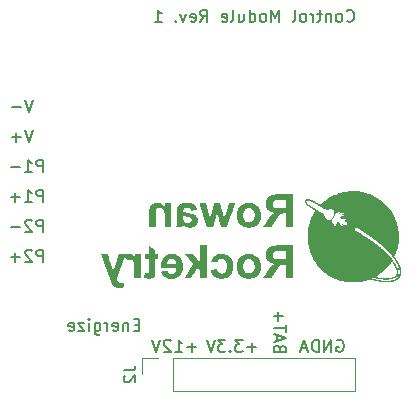
<source format=gbr>
%TF.GenerationSoftware,KiCad,Pcbnew,9.0.1*%
%TF.CreationDate,2025-05-21T17:24:49-04:00*%
%TF.ProjectId,control-module,636f6e74-726f-46c2-9d6d-6f64756c652e,rev?*%
%TF.SameCoordinates,Original*%
%TF.FileFunction,Legend,Bot*%
%TF.FilePolarity,Positive*%
%FSLAX46Y46*%
G04 Gerber Fmt 4.6, Leading zero omitted, Abs format (unit mm)*
G04 Created by KiCad (PCBNEW 9.0.1) date 2025-05-21 17:24:49*
%MOMM*%
%LPD*%
G01*
G04 APERTURE LIST*
%ADD10C,0.145143*%
%ADD11C,0.150000*%
%ADD12C,0.120000*%
%ADD13C,0.000000*%
G04 APERTURE END LIST*
D10*
X123106607Y-78100112D02*
X123106607Y-77084112D01*
X123106607Y-77084112D02*
X122719559Y-77084112D01*
X122719559Y-77084112D02*
X122622797Y-77132493D01*
X122622797Y-77132493D02*
X122574416Y-77180874D01*
X122574416Y-77180874D02*
X122526035Y-77277636D01*
X122526035Y-77277636D02*
X122526035Y-77422779D01*
X122526035Y-77422779D02*
X122574416Y-77519541D01*
X122574416Y-77519541D02*
X122622797Y-77567922D01*
X122622797Y-77567922D02*
X122719559Y-77616303D01*
X122719559Y-77616303D02*
X123106607Y-77616303D01*
X122138988Y-77180874D02*
X122090607Y-77132493D01*
X122090607Y-77132493D02*
X121993845Y-77084112D01*
X121993845Y-77084112D02*
X121751940Y-77084112D01*
X121751940Y-77084112D02*
X121655178Y-77132493D01*
X121655178Y-77132493D02*
X121606797Y-77180874D01*
X121606797Y-77180874D02*
X121558416Y-77277636D01*
X121558416Y-77277636D02*
X121558416Y-77374398D01*
X121558416Y-77374398D02*
X121606797Y-77519541D01*
X121606797Y-77519541D02*
X122187369Y-78100112D01*
X122187369Y-78100112D02*
X121558416Y-78100112D01*
X121122988Y-77713065D02*
X120348893Y-77713065D01*
X120735940Y-78100112D02*
X120735940Y-77326017D01*
X123106607Y-73020112D02*
X123106607Y-72004112D01*
X123106607Y-72004112D02*
X122719559Y-72004112D01*
X122719559Y-72004112D02*
X122622797Y-72052493D01*
X122622797Y-72052493D02*
X122574416Y-72100874D01*
X122574416Y-72100874D02*
X122526035Y-72197636D01*
X122526035Y-72197636D02*
X122526035Y-72342779D01*
X122526035Y-72342779D02*
X122574416Y-72439541D01*
X122574416Y-72439541D02*
X122622797Y-72487922D01*
X122622797Y-72487922D02*
X122719559Y-72536303D01*
X122719559Y-72536303D02*
X123106607Y-72536303D01*
X121558416Y-73020112D02*
X122138988Y-73020112D01*
X121848702Y-73020112D02*
X121848702Y-72004112D01*
X121848702Y-72004112D02*
X121945464Y-72149255D01*
X121945464Y-72149255D02*
X122042226Y-72246017D01*
X122042226Y-72246017D02*
X122138988Y-72294398D01*
X121122988Y-72633065D02*
X120348893Y-72633065D01*
X120735940Y-73020112D02*
X120735940Y-72246017D01*
X141140607Y-85333065D02*
X140366512Y-85333065D01*
X140753559Y-85720112D02*
X140753559Y-84946017D01*
X139979464Y-84704112D02*
X139350511Y-84704112D01*
X139350511Y-84704112D02*
X139689178Y-85091160D01*
X139689178Y-85091160D02*
X139544035Y-85091160D01*
X139544035Y-85091160D02*
X139447273Y-85139541D01*
X139447273Y-85139541D02*
X139398892Y-85187922D01*
X139398892Y-85187922D02*
X139350511Y-85284684D01*
X139350511Y-85284684D02*
X139350511Y-85526589D01*
X139350511Y-85526589D02*
X139398892Y-85623351D01*
X139398892Y-85623351D02*
X139447273Y-85671732D01*
X139447273Y-85671732D02*
X139544035Y-85720112D01*
X139544035Y-85720112D02*
X139834321Y-85720112D01*
X139834321Y-85720112D02*
X139931083Y-85671732D01*
X139931083Y-85671732D02*
X139979464Y-85623351D01*
X138915083Y-85623351D02*
X138866702Y-85671732D01*
X138866702Y-85671732D02*
X138915083Y-85720112D01*
X138915083Y-85720112D02*
X138963464Y-85671732D01*
X138963464Y-85671732D02*
X138915083Y-85623351D01*
X138915083Y-85623351D02*
X138915083Y-85720112D01*
X138528035Y-84704112D02*
X137899082Y-84704112D01*
X137899082Y-84704112D02*
X138237749Y-85091160D01*
X138237749Y-85091160D02*
X138092606Y-85091160D01*
X138092606Y-85091160D02*
X137995844Y-85139541D01*
X137995844Y-85139541D02*
X137947463Y-85187922D01*
X137947463Y-85187922D02*
X137899082Y-85284684D01*
X137899082Y-85284684D02*
X137899082Y-85526589D01*
X137899082Y-85526589D02*
X137947463Y-85623351D01*
X137947463Y-85623351D02*
X137995844Y-85671732D01*
X137995844Y-85671732D02*
X138092606Y-85720112D01*
X138092606Y-85720112D02*
X138382892Y-85720112D01*
X138382892Y-85720112D02*
X138479654Y-85671732D01*
X138479654Y-85671732D02*
X138528035Y-85623351D01*
X137608797Y-84704112D02*
X137270130Y-85720112D01*
X137270130Y-85720112D02*
X136931463Y-84704112D01*
X123106607Y-75560112D02*
X123106607Y-74544112D01*
X123106607Y-74544112D02*
X122719559Y-74544112D01*
X122719559Y-74544112D02*
X122622797Y-74592493D01*
X122622797Y-74592493D02*
X122574416Y-74640874D01*
X122574416Y-74640874D02*
X122526035Y-74737636D01*
X122526035Y-74737636D02*
X122526035Y-74882779D01*
X122526035Y-74882779D02*
X122574416Y-74979541D01*
X122574416Y-74979541D02*
X122622797Y-75027922D01*
X122622797Y-75027922D02*
X122719559Y-75076303D01*
X122719559Y-75076303D02*
X123106607Y-75076303D01*
X122138988Y-74640874D02*
X122090607Y-74592493D01*
X122090607Y-74592493D02*
X121993845Y-74544112D01*
X121993845Y-74544112D02*
X121751940Y-74544112D01*
X121751940Y-74544112D02*
X121655178Y-74592493D01*
X121655178Y-74592493D02*
X121606797Y-74640874D01*
X121606797Y-74640874D02*
X121558416Y-74737636D01*
X121558416Y-74737636D02*
X121558416Y-74834398D01*
X121558416Y-74834398D02*
X121606797Y-74979541D01*
X121606797Y-74979541D02*
X122187369Y-75560112D01*
X122187369Y-75560112D02*
X121558416Y-75560112D01*
X121122988Y-75173065D02*
X120348893Y-75173065D01*
X123106607Y-70480112D02*
X123106607Y-69464112D01*
X123106607Y-69464112D02*
X122719559Y-69464112D01*
X122719559Y-69464112D02*
X122622797Y-69512493D01*
X122622797Y-69512493D02*
X122574416Y-69560874D01*
X122574416Y-69560874D02*
X122526035Y-69657636D01*
X122526035Y-69657636D02*
X122526035Y-69802779D01*
X122526035Y-69802779D02*
X122574416Y-69899541D01*
X122574416Y-69899541D02*
X122622797Y-69947922D01*
X122622797Y-69947922D02*
X122719559Y-69996303D01*
X122719559Y-69996303D02*
X123106607Y-69996303D01*
X121558416Y-70480112D02*
X122138988Y-70480112D01*
X121848702Y-70480112D02*
X121848702Y-69464112D01*
X121848702Y-69464112D02*
X121945464Y-69609255D01*
X121945464Y-69609255D02*
X122042226Y-69706017D01*
X122042226Y-69706017D02*
X122138988Y-69754398D01*
X121122988Y-70093065D02*
X120348893Y-70093065D01*
X122235750Y-66924112D02*
X121897083Y-67940112D01*
X121897083Y-67940112D02*
X121558416Y-66924112D01*
X121219750Y-67553065D02*
X120445655Y-67553065D01*
X120832702Y-67940112D02*
X120832702Y-67166017D01*
X136060607Y-85333065D02*
X135286512Y-85333065D01*
X135673559Y-85720112D02*
X135673559Y-84946017D01*
X134270511Y-85720112D02*
X134851083Y-85720112D01*
X134560797Y-85720112D02*
X134560797Y-84704112D01*
X134560797Y-84704112D02*
X134657559Y-84849255D01*
X134657559Y-84849255D02*
X134754321Y-84946017D01*
X134754321Y-84946017D02*
X134851083Y-84994398D01*
X133883464Y-84800874D02*
X133835083Y-84752493D01*
X133835083Y-84752493D02*
X133738321Y-84704112D01*
X133738321Y-84704112D02*
X133496416Y-84704112D01*
X133496416Y-84704112D02*
X133399654Y-84752493D01*
X133399654Y-84752493D02*
X133351273Y-84800874D01*
X133351273Y-84800874D02*
X133302892Y-84897636D01*
X133302892Y-84897636D02*
X133302892Y-84994398D01*
X133302892Y-84994398D02*
X133351273Y-85139541D01*
X133351273Y-85139541D02*
X133931845Y-85720112D01*
X133931845Y-85720112D02*
X133302892Y-85720112D01*
X133012607Y-84704112D02*
X132673940Y-85720112D01*
X132673940Y-85720112D02*
X132335273Y-84704112D01*
X147974416Y-84752493D02*
X148071178Y-84704112D01*
X148071178Y-84704112D02*
X148216321Y-84704112D01*
X148216321Y-84704112D02*
X148361464Y-84752493D01*
X148361464Y-84752493D02*
X148458226Y-84849255D01*
X148458226Y-84849255D02*
X148506607Y-84946017D01*
X148506607Y-84946017D02*
X148554988Y-85139541D01*
X148554988Y-85139541D02*
X148554988Y-85284684D01*
X148554988Y-85284684D02*
X148506607Y-85478208D01*
X148506607Y-85478208D02*
X148458226Y-85574970D01*
X148458226Y-85574970D02*
X148361464Y-85671732D01*
X148361464Y-85671732D02*
X148216321Y-85720112D01*
X148216321Y-85720112D02*
X148119559Y-85720112D01*
X148119559Y-85720112D02*
X147974416Y-85671732D01*
X147974416Y-85671732D02*
X147926035Y-85623351D01*
X147926035Y-85623351D02*
X147926035Y-85284684D01*
X147926035Y-85284684D02*
X148119559Y-85284684D01*
X147490607Y-85720112D02*
X147490607Y-84704112D01*
X147490607Y-84704112D02*
X146910035Y-85720112D01*
X146910035Y-85720112D02*
X146910035Y-84704112D01*
X146426226Y-85720112D02*
X146426226Y-84704112D01*
X146426226Y-84704112D02*
X146184321Y-84704112D01*
X146184321Y-84704112D02*
X146039178Y-84752493D01*
X146039178Y-84752493D02*
X145942416Y-84849255D01*
X145942416Y-84849255D02*
X145894035Y-84946017D01*
X145894035Y-84946017D02*
X145845654Y-85139541D01*
X145845654Y-85139541D02*
X145845654Y-85284684D01*
X145845654Y-85284684D02*
X145894035Y-85478208D01*
X145894035Y-85478208D02*
X145942416Y-85574970D01*
X145942416Y-85574970D02*
X146039178Y-85671732D01*
X146039178Y-85671732D02*
X146184321Y-85720112D01*
X146184321Y-85720112D02*
X146426226Y-85720112D01*
X145458607Y-85429827D02*
X144974797Y-85429827D01*
X145555369Y-85720112D02*
X145216702Y-84704112D01*
X145216702Y-84704112D02*
X144878035Y-85720112D01*
X143158077Y-85429940D02*
X143109696Y-85284797D01*
X143109696Y-85284797D02*
X143061315Y-85236416D01*
X143061315Y-85236416D02*
X142964553Y-85188035D01*
X142964553Y-85188035D02*
X142819410Y-85188035D01*
X142819410Y-85188035D02*
X142722648Y-85236416D01*
X142722648Y-85236416D02*
X142674268Y-85284797D01*
X142674268Y-85284797D02*
X142625887Y-85381559D01*
X142625887Y-85381559D02*
X142625887Y-85768607D01*
X142625887Y-85768607D02*
X143641887Y-85768607D01*
X143641887Y-85768607D02*
X143641887Y-85429940D01*
X143641887Y-85429940D02*
X143593506Y-85333178D01*
X143593506Y-85333178D02*
X143545125Y-85284797D01*
X143545125Y-85284797D02*
X143448363Y-85236416D01*
X143448363Y-85236416D02*
X143351601Y-85236416D01*
X143351601Y-85236416D02*
X143254839Y-85284797D01*
X143254839Y-85284797D02*
X143206458Y-85333178D01*
X143206458Y-85333178D02*
X143158077Y-85429940D01*
X143158077Y-85429940D02*
X143158077Y-85768607D01*
X142916172Y-84800988D02*
X142916172Y-84317178D01*
X142625887Y-84897750D02*
X143641887Y-84559083D01*
X143641887Y-84559083D02*
X142625887Y-84220416D01*
X143641887Y-84026893D02*
X143641887Y-83446321D01*
X142625887Y-83736607D02*
X143641887Y-83736607D01*
X143012934Y-83107655D02*
X143012934Y-82333560D01*
X142625887Y-82720607D02*
X143399982Y-82720607D01*
X131234607Y-83409922D02*
X130895940Y-83409922D01*
X130750797Y-83942112D02*
X131234607Y-83942112D01*
X131234607Y-83942112D02*
X131234607Y-82926112D01*
X131234607Y-82926112D02*
X130750797Y-82926112D01*
X130315369Y-83264779D02*
X130315369Y-83942112D01*
X130315369Y-83361541D02*
X130266988Y-83313160D01*
X130266988Y-83313160D02*
X130170226Y-83264779D01*
X130170226Y-83264779D02*
X130025083Y-83264779D01*
X130025083Y-83264779D02*
X129928321Y-83313160D01*
X129928321Y-83313160D02*
X129879940Y-83409922D01*
X129879940Y-83409922D02*
X129879940Y-83942112D01*
X129009083Y-83893732D02*
X129105845Y-83942112D01*
X129105845Y-83942112D02*
X129299369Y-83942112D01*
X129299369Y-83942112D02*
X129396131Y-83893732D01*
X129396131Y-83893732D02*
X129444512Y-83796970D01*
X129444512Y-83796970D02*
X129444512Y-83409922D01*
X129444512Y-83409922D02*
X129396131Y-83313160D01*
X129396131Y-83313160D02*
X129299369Y-83264779D01*
X129299369Y-83264779D02*
X129105845Y-83264779D01*
X129105845Y-83264779D02*
X129009083Y-83313160D01*
X129009083Y-83313160D02*
X128960702Y-83409922D01*
X128960702Y-83409922D02*
X128960702Y-83506684D01*
X128960702Y-83506684D02*
X129444512Y-83603446D01*
X128525274Y-83942112D02*
X128525274Y-83264779D01*
X128525274Y-83458303D02*
X128476893Y-83361541D01*
X128476893Y-83361541D02*
X128428512Y-83313160D01*
X128428512Y-83313160D02*
X128331750Y-83264779D01*
X128331750Y-83264779D02*
X128234988Y-83264779D01*
X127460893Y-83264779D02*
X127460893Y-84087255D01*
X127460893Y-84087255D02*
X127509274Y-84184017D01*
X127509274Y-84184017D02*
X127557655Y-84232398D01*
X127557655Y-84232398D02*
X127654417Y-84280779D01*
X127654417Y-84280779D02*
X127799560Y-84280779D01*
X127799560Y-84280779D02*
X127896322Y-84232398D01*
X127460893Y-83893732D02*
X127557655Y-83942112D01*
X127557655Y-83942112D02*
X127751179Y-83942112D01*
X127751179Y-83942112D02*
X127847941Y-83893732D01*
X127847941Y-83893732D02*
X127896322Y-83845351D01*
X127896322Y-83845351D02*
X127944703Y-83748589D01*
X127944703Y-83748589D02*
X127944703Y-83458303D01*
X127944703Y-83458303D02*
X127896322Y-83361541D01*
X127896322Y-83361541D02*
X127847941Y-83313160D01*
X127847941Y-83313160D02*
X127751179Y-83264779D01*
X127751179Y-83264779D02*
X127557655Y-83264779D01*
X127557655Y-83264779D02*
X127460893Y-83313160D01*
X126977084Y-83942112D02*
X126977084Y-83264779D01*
X126977084Y-82926112D02*
X127025465Y-82974493D01*
X127025465Y-82974493D02*
X126977084Y-83022874D01*
X126977084Y-83022874D02*
X126928703Y-82974493D01*
X126928703Y-82974493D02*
X126977084Y-82926112D01*
X126977084Y-82926112D02*
X126977084Y-83022874D01*
X126590036Y-83264779D02*
X126057845Y-83264779D01*
X126057845Y-83264779D02*
X126590036Y-83942112D01*
X126590036Y-83942112D02*
X126057845Y-83942112D01*
X125283750Y-83893732D02*
X125380512Y-83942112D01*
X125380512Y-83942112D02*
X125574036Y-83942112D01*
X125574036Y-83942112D02*
X125670798Y-83893732D01*
X125670798Y-83893732D02*
X125719179Y-83796970D01*
X125719179Y-83796970D02*
X125719179Y-83409922D01*
X125719179Y-83409922D02*
X125670798Y-83313160D01*
X125670798Y-83313160D02*
X125574036Y-83264779D01*
X125574036Y-83264779D02*
X125380512Y-83264779D01*
X125380512Y-83264779D02*
X125283750Y-83313160D01*
X125283750Y-83313160D02*
X125235369Y-83409922D01*
X125235369Y-83409922D02*
X125235369Y-83506684D01*
X125235369Y-83506684D02*
X125719179Y-83603446D01*
X122235750Y-64384112D02*
X121897083Y-65400112D01*
X121897083Y-65400112D02*
X121558416Y-64384112D01*
X121219750Y-65013065D02*
X120445655Y-65013065D01*
X148800521Y-57683351D02*
X148848902Y-57731732D01*
X148848902Y-57731732D02*
X148994045Y-57780112D01*
X148994045Y-57780112D02*
X149090807Y-57780112D01*
X149090807Y-57780112D02*
X149235950Y-57731732D01*
X149235950Y-57731732D02*
X149332712Y-57634970D01*
X149332712Y-57634970D02*
X149381093Y-57538208D01*
X149381093Y-57538208D02*
X149429474Y-57344684D01*
X149429474Y-57344684D02*
X149429474Y-57199541D01*
X149429474Y-57199541D02*
X149381093Y-57006017D01*
X149381093Y-57006017D02*
X149332712Y-56909255D01*
X149332712Y-56909255D02*
X149235950Y-56812493D01*
X149235950Y-56812493D02*
X149090807Y-56764112D01*
X149090807Y-56764112D02*
X148994045Y-56764112D01*
X148994045Y-56764112D02*
X148848902Y-56812493D01*
X148848902Y-56812493D02*
X148800521Y-56860874D01*
X148219950Y-57780112D02*
X148316712Y-57731732D01*
X148316712Y-57731732D02*
X148365093Y-57683351D01*
X148365093Y-57683351D02*
X148413474Y-57586589D01*
X148413474Y-57586589D02*
X148413474Y-57296303D01*
X148413474Y-57296303D02*
X148365093Y-57199541D01*
X148365093Y-57199541D02*
X148316712Y-57151160D01*
X148316712Y-57151160D02*
X148219950Y-57102779D01*
X148219950Y-57102779D02*
X148074807Y-57102779D01*
X148074807Y-57102779D02*
X147978045Y-57151160D01*
X147978045Y-57151160D02*
X147929664Y-57199541D01*
X147929664Y-57199541D02*
X147881283Y-57296303D01*
X147881283Y-57296303D02*
X147881283Y-57586589D01*
X147881283Y-57586589D02*
X147929664Y-57683351D01*
X147929664Y-57683351D02*
X147978045Y-57731732D01*
X147978045Y-57731732D02*
X148074807Y-57780112D01*
X148074807Y-57780112D02*
X148219950Y-57780112D01*
X147445855Y-57102779D02*
X147445855Y-57780112D01*
X147445855Y-57199541D02*
X147397474Y-57151160D01*
X147397474Y-57151160D02*
X147300712Y-57102779D01*
X147300712Y-57102779D02*
X147155569Y-57102779D01*
X147155569Y-57102779D02*
X147058807Y-57151160D01*
X147058807Y-57151160D02*
X147010426Y-57247922D01*
X147010426Y-57247922D02*
X147010426Y-57780112D01*
X146671760Y-57102779D02*
X146284712Y-57102779D01*
X146526617Y-56764112D02*
X146526617Y-57634970D01*
X146526617Y-57634970D02*
X146478236Y-57731732D01*
X146478236Y-57731732D02*
X146381474Y-57780112D01*
X146381474Y-57780112D02*
X146284712Y-57780112D01*
X145946046Y-57780112D02*
X145946046Y-57102779D01*
X145946046Y-57296303D02*
X145897665Y-57199541D01*
X145897665Y-57199541D02*
X145849284Y-57151160D01*
X145849284Y-57151160D02*
X145752522Y-57102779D01*
X145752522Y-57102779D02*
X145655760Y-57102779D01*
X145171951Y-57780112D02*
X145268713Y-57731732D01*
X145268713Y-57731732D02*
X145317094Y-57683351D01*
X145317094Y-57683351D02*
X145365475Y-57586589D01*
X145365475Y-57586589D02*
X145365475Y-57296303D01*
X145365475Y-57296303D02*
X145317094Y-57199541D01*
X145317094Y-57199541D02*
X145268713Y-57151160D01*
X145268713Y-57151160D02*
X145171951Y-57102779D01*
X145171951Y-57102779D02*
X145026808Y-57102779D01*
X145026808Y-57102779D02*
X144930046Y-57151160D01*
X144930046Y-57151160D02*
X144881665Y-57199541D01*
X144881665Y-57199541D02*
X144833284Y-57296303D01*
X144833284Y-57296303D02*
X144833284Y-57586589D01*
X144833284Y-57586589D02*
X144881665Y-57683351D01*
X144881665Y-57683351D02*
X144930046Y-57731732D01*
X144930046Y-57731732D02*
X145026808Y-57780112D01*
X145026808Y-57780112D02*
X145171951Y-57780112D01*
X144252713Y-57780112D02*
X144349475Y-57731732D01*
X144349475Y-57731732D02*
X144397856Y-57634970D01*
X144397856Y-57634970D02*
X144397856Y-56764112D01*
X143091571Y-57780112D02*
X143091571Y-56764112D01*
X143091571Y-56764112D02*
X142752904Y-57489827D01*
X142752904Y-57489827D02*
X142414237Y-56764112D01*
X142414237Y-56764112D02*
X142414237Y-57780112D01*
X141785285Y-57780112D02*
X141882047Y-57731732D01*
X141882047Y-57731732D02*
X141930428Y-57683351D01*
X141930428Y-57683351D02*
X141978809Y-57586589D01*
X141978809Y-57586589D02*
X141978809Y-57296303D01*
X141978809Y-57296303D02*
X141930428Y-57199541D01*
X141930428Y-57199541D02*
X141882047Y-57151160D01*
X141882047Y-57151160D02*
X141785285Y-57102779D01*
X141785285Y-57102779D02*
X141640142Y-57102779D01*
X141640142Y-57102779D02*
X141543380Y-57151160D01*
X141543380Y-57151160D02*
X141494999Y-57199541D01*
X141494999Y-57199541D02*
X141446618Y-57296303D01*
X141446618Y-57296303D02*
X141446618Y-57586589D01*
X141446618Y-57586589D02*
X141494999Y-57683351D01*
X141494999Y-57683351D02*
X141543380Y-57731732D01*
X141543380Y-57731732D02*
X141640142Y-57780112D01*
X141640142Y-57780112D02*
X141785285Y-57780112D01*
X140575761Y-57780112D02*
X140575761Y-56764112D01*
X140575761Y-57731732D02*
X140672523Y-57780112D01*
X140672523Y-57780112D02*
X140866047Y-57780112D01*
X140866047Y-57780112D02*
X140962809Y-57731732D01*
X140962809Y-57731732D02*
X141011190Y-57683351D01*
X141011190Y-57683351D02*
X141059571Y-57586589D01*
X141059571Y-57586589D02*
X141059571Y-57296303D01*
X141059571Y-57296303D02*
X141011190Y-57199541D01*
X141011190Y-57199541D02*
X140962809Y-57151160D01*
X140962809Y-57151160D02*
X140866047Y-57102779D01*
X140866047Y-57102779D02*
X140672523Y-57102779D01*
X140672523Y-57102779D02*
X140575761Y-57151160D01*
X139656523Y-57102779D02*
X139656523Y-57780112D01*
X140091952Y-57102779D02*
X140091952Y-57634970D01*
X140091952Y-57634970D02*
X140043571Y-57731732D01*
X140043571Y-57731732D02*
X139946809Y-57780112D01*
X139946809Y-57780112D02*
X139801666Y-57780112D01*
X139801666Y-57780112D02*
X139704904Y-57731732D01*
X139704904Y-57731732D02*
X139656523Y-57683351D01*
X139027571Y-57780112D02*
X139124333Y-57731732D01*
X139124333Y-57731732D02*
X139172714Y-57634970D01*
X139172714Y-57634970D02*
X139172714Y-56764112D01*
X138253476Y-57731732D02*
X138350238Y-57780112D01*
X138350238Y-57780112D02*
X138543762Y-57780112D01*
X138543762Y-57780112D02*
X138640524Y-57731732D01*
X138640524Y-57731732D02*
X138688905Y-57634970D01*
X138688905Y-57634970D02*
X138688905Y-57247922D01*
X138688905Y-57247922D02*
X138640524Y-57151160D01*
X138640524Y-57151160D02*
X138543762Y-57102779D01*
X138543762Y-57102779D02*
X138350238Y-57102779D01*
X138350238Y-57102779D02*
X138253476Y-57151160D01*
X138253476Y-57151160D02*
X138205095Y-57247922D01*
X138205095Y-57247922D02*
X138205095Y-57344684D01*
X138205095Y-57344684D02*
X138688905Y-57441446D01*
X136415000Y-57780112D02*
X136753667Y-57296303D01*
X136995572Y-57780112D02*
X136995572Y-56764112D01*
X136995572Y-56764112D02*
X136608524Y-56764112D01*
X136608524Y-56764112D02*
X136511762Y-56812493D01*
X136511762Y-56812493D02*
X136463381Y-56860874D01*
X136463381Y-56860874D02*
X136415000Y-56957636D01*
X136415000Y-56957636D02*
X136415000Y-57102779D01*
X136415000Y-57102779D02*
X136463381Y-57199541D01*
X136463381Y-57199541D02*
X136511762Y-57247922D01*
X136511762Y-57247922D02*
X136608524Y-57296303D01*
X136608524Y-57296303D02*
X136995572Y-57296303D01*
X135592524Y-57731732D02*
X135689286Y-57780112D01*
X135689286Y-57780112D02*
X135882810Y-57780112D01*
X135882810Y-57780112D02*
X135979572Y-57731732D01*
X135979572Y-57731732D02*
X136027953Y-57634970D01*
X136027953Y-57634970D02*
X136027953Y-57247922D01*
X136027953Y-57247922D02*
X135979572Y-57151160D01*
X135979572Y-57151160D02*
X135882810Y-57102779D01*
X135882810Y-57102779D02*
X135689286Y-57102779D01*
X135689286Y-57102779D02*
X135592524Y-57151160D01*
X135592524Y-57151160D02*
X135544143Y-57247922D01*
X135544143Y-57247922D02*
X135544143Y-57344684D01*
X135544143Y-57344684D02*
X136027953Y-57441446D01*
X135205477Y-57102779D02*
X134963572Y-57780112D01*
X134963572Y-57780112D02*
X134721667Y-57102779D01*
X134334620Y-57683351D02*
X134286239Y-57731732D01*
X134286239Y-57731732D02*
X134334620Y-57780112D01*
X134334620Y-57780112D02*
X134383001Y-57731732D01*
X134383001Y-57731732D02*
X134334620Y-57683351D01*
X134334620Y-57683351D02*
X134334620Y-57780112D01*
X132544524Y-57780112D02*
X133125096Y-57780112D01*
X132834810Y-57780112D02*
X132834810Y-56764112D01*
X132834810Y-56764112D02*
X132931572Y-56909255D01*
X132931572Y-56909255D02*
X133028334Y-57006017D01*
X133028334Y-57006017D02*
X133125096Y-57054398D01*
D11*
X129916819Y-87296666D02*
X130631104Y-87296666D01*
X130631104Y-87296666D02*
X130773961Y-87249047D01*
X130773961Y-87249047D02*
X130869200Y-87153809D01*
X130869200Y-87153809D02*
X130916819Y-87010952D01*
X130916819Y-87010952D02*
X130916819Y-86915714D01*
X130012057Y-87725238D02*
X129964438Y-87772857D01*
X129964438Y-87772857D02*
X129916819Y-87868095D01*
X129916819Y-87868095D02*
X129916819Y-88106190D01*
X129916819Y-88106190D02*
X129964438Y-88201428D01*
X129964438Y-88201428D02*
X130012057Y-88249047D01*
X130012057Y-88249047D02*
X130107295Y-88296666D01*
X130107295Y-88296666D02*
X130202533Y-88296666D01*
X130202533Y-88296666D02*
X130345390Y-88249047D01*
X130345390Y-88249047D02*
X130916819Y-87677619D01*
X130916819Y-87677619D02*
X130916819Y-88296666D01*
D12*
%TO.C,J2*%
X131462000Y-86250000D02*
X131462000Y-87630000D01*
X132842000Y-86250000D02*
X131462000Y-86250000D01*
X134112000Y-86250000D02*
X134112000Y-89010000D01*
X134112000Y-86250000D02*
X149462000Y-86250000D01*
X134112000Y-89010000D02*
X149462000Y-89010000D01*
X149462000Y-86250000D02*
X149462000Y-89010000D01*
D13*
%TO.C,G\u002A\u002A\u002A*%
G36*
X136942265Y-78092533D02*
G01*
X136942265Y-79476992D01*
X136675950Y-79476992D01*
X136409635Y-79476992D01*
X136409635Y-79156194D01*
X136409635Y-78835396D01*
X136286264Y-78706326D01*
X136274033Y-78693537D01*
X136247181Y-78665529D01*
X136224899Y-78642431D01*
X136206751Y-78623825D01*
X136192299Y-78609292D01*
X136181108Y-78598413D01*
X136172741Y-78590772D01*
X136166760Y-78585950D01*
X136162730Y-78583527D01*
X136160214Y-78583087D01*
X136158775Y-78584211D01*
X136158217Y-78585187D01*
X136154377Y-78591995D01*
X136147158Y-78604838D01*
X136136778Y-78623326D01*
X136123454Y-78647072D01*
X136107406Y-78675685D01*
X136088852Y-78708776D01*
X136068008Y-78745957D01*
X136045094Y-78786839D01*
X136020328Y-78831032D01*
X135993927Y-78878147D01*
X135966111Y-78927795D01*
X135937096Y-78979587D01*
X135907102Y-79033134D01*
X135659546Y-79475103D01*
X135373526Y-79476071D01*
X135368386Y-79476089D01*
X135322865Y-79476209D01*
X135279668Y-79476269D01*
X135239376Y-79476272D01*
X135202571Y-79476220D01*
X135169834Y-79476115D01*
X135141746Y-79475959D01*
X135118887Y-79475756D01*
X135101840Y-79475507D01*
X135091186Y-79475215D01*
X135087506Y-79474883D01*
X135087675Y-79474540D01*
X135090618Y-79469278D01*
X135097049Y-79457972D01*
X135106749Y-79441008D01*
X135119494Y-79418769D01*
X135135063Y-79391640D01*
X135153236Y-79360005D01*
X135173789Y-79324250D01*
X135196503Y-79284757D01*
X135221155Y-79241913D01*
X135247523Y-79196100D01*
X135275387Y-79147704D01*
X135304524Y-79097108D01*
X135334713Y-79044698D01*
X135365733Y-78990858D01*
X135397362Y-78935972D01*
X135429379Y-78880424D01*
X135461561Y-78824599D01*
X135493688Y-78768882D01*
X135525537Y-78713656D01*
X135556888Y-78659306D01*
X135587519Y-78606218D01*
X135617208Y-78554774D01*
X135645734Y-78505359D01*
X135672875Y-78458358D01*
X135698409Y-78414156D01*
X135722116Y-78373136D01*
X135743773Y-78335683D01*
X135763160Y-78302182D01*
X135780053Y-78273017D01*
X135794233Y-78248572D01*
X135819880Y-78204401D01*
X135484857Y-77845956D01*
X135476135Y-77836625D01*
X135435115Y-77792731D01*
X135395513Y-77750348D01*
X135357640Y-77709808D01*
X135321808Y-77671447D01*
X135288330Y-77635597D01*
X135257517Y-77602593D01*
X135229680Y-77572770D01*
X135205132Y-77546461D01*
X135184185Y-77524000D01*
X135167150Y-77505722D01*
X135154340Y-77491960D01*
X135146065Y-77483049D01*
X135142638Y-77479322D01*
X135135442Y-77471133D01*
X135462142Y-77471133D01*
X135788841Y-77471133D01*
X136098294Y-77822925D01*
X136407746Y-78174716D01*
X136408700Y-77441396D01*
X136409654Y-76708075D01*
X136675959Y-76708075D01*
X136942265Y-76708075D01*
X136942265Y-78092533D01*
G37*
G36*
X132331810Y-76913370D02*
G01*
X132596235Y-77069010D01*
X132597213Y-77270071D01*
X132598190Y-77471133D01*
X132720927Y-77471133D01*
X132843663Y-77471133D01*
X132843663Y-77682673D01*
X132843663Y-77894214D01*
X132721116Y-77894214D01*
X132598569Y-77894214D01*
X132597037Y-78459897D01*
X132597011Y-78469154D01*
X132596749Y-78555632D01*
X132596461Y-78634747D01*
X132596144Y-78706675D01*
X132595798Y-78771589D01*
X132595419Y-78829664D01*
X132595008Y-78881075D01*
X132594561Y-78925996D01*
X132594077Y-78964603D01*
X132593555Y-78997069D01*
X132592992Y-79023569D01*
X132592387Y-79044278D01*
X132591739Y-79059370D01*
X132591045Y-79069021D01*
X132587391Y-79100927D01*
X132577988Y-79161232D01*
X132565827Y-79215092D01*
X132550687Y-79262984D01*
X132532343Y-79305383D01*
X132510573Y-79342768D01*
X132485154Y-79375615D01*
X132455863Y-79404401D01*
X132422477Y-79429603D01*
X132402200Y-79442168D01*
X132358180Y-79464751D01*
X132309590Y-79484393D01*
X132258216Y-79500492D01*
X132205846Y-79512450D01*
X132154266Y-79519665D01*
X132143221Y-79520423D01*
X132122338Y-79521179D01*
X132097097Y-79521565D01*
X132069370Y-79521596D01*
X132041030Y-79521283D01*
X132013949Y-79520639D01*
X131990001Y-79519677D01*
X131971057Y-79518410D01*
X131930706Y-79513986D01*
X131884707Y-79507268D01*
X131839860Y-79499098D01*
X131799361Y-79490006D01*
X131789260Y-79487376D01*
X131766558Y-79480968D01*
X131742783Y-79473711D01*
X131719610Y-79466160D01*
X131698715Y-79458870D01*
X131681774Y-79452397D01*
X131670462Y-79447295D01*
X131658846Y-79441106D01*
X131681235Y-79237120D01*
X131683613Y-79215522D01*
X131687746Y-79178301D01*
X131691626Y-79143768D01*
X131695172Y-79112610D01*
X131698305Y-79085519D01*
X131700944Y-79063181D01*
X131703010Y-79046287D01*
X131704422Y-79035526D01*
X131705100Y-79031587D01*
X131708966Y-79032062D01*
X131718563Y-79034529D01*
X131732427Y-79038591D01*
X131749101Y-79043841D01*
X131767101Y-79049565D01*
X131812304Y-79062643D01*
X131851932Y-79071928D01*
X131886658Y-79077474D01*
X131917153Y-79079334D01*
X131944087Y-79077563D01*
X131968132Y-79072216D01*
X131989959Y-79063347D01*
X131997509Y-79059283D01*
X132020972Y-79042374D01*
X132038574Y-79021541D01*
X132050852Y-78996008D01*
X132058348Y-78965000D01*
X132058704Y-78961700D01*
X132059378Y-78949529D01*
X132060018Y-78929829D01*
X132060625Y-78902616D01*
X132061199Y-78867906D01*
X132061738Y-78825717D01*
X132062244Y-78776066D01*
X132062715Y-78718969D01*
X132063152Y-78654442D01*
X132063554Y-78582503D01*
X132063921Y-78503169D01*
X132064254Y-78416455D01*
X132066074Y-77894214D01*
X131884464Y-77894214D01*
X131702854Y-77894214D01*
X131702854Y-77682673D01*
X131702854Y-77471133D01*
X131884155Y-77471133D01*
X132065457Y-77471133D01*
X132066420Y-77114431D01*
X132067384Y-76757730D01*
X132331810Y-76913370D01*
G37*
G36*
X132862257Y-73109848D02*
G01*
X132928273Y-73120149D01*
X132993215Y-73135795D01*
X133056497Y-73156898D01*
X133117532Y-73183566D01*
X133161764Y-73207321D01*
X133224075Y-73247480D01*
X133283805Y-73293961D01*
X133340109Y-73346089D01*
X133392140Y-73403187D01*
X133423511Y-73440719D01*
X133424500Y-73295188D01*
X133425488Y-73149657D01*
X133672871Y-73149657D01*
X133920254Y-73149657D01*
X133920254Y-74152587D01*
X133920254Y-75155517D01*
X133654206Y-75155517D01*
X133388158Y-75155517D01*
X133386486Y-74603055D01*
X133386221Y-74523575D01*
X133385891Y-74441995D01*
X133385523Y-74366974D01*
X133385116Y-74298611D01*
X133384673Y-74237007D01*
X133384194Y-74182261D01*
X133383681Y-74134472D01*
X133383134Y-74093740D01*
X133382553Y-74060165D01*
X133381942Y-74033846D01*
X133381299Y-74014883D01*
X133380626Y-74003375D01*
X133377245Y-73967771D01*
X133371439Y-73916983D01*
X133364974Y-73872608D01*
X133357713Y-73833955D01*
X133349521Y-73800330D01*
X133340259Y-73771040D01*
X133329793Y-73745394D01*
X133323280Y-73732049D01*
X133296507Y-73687976D01*
X133263634Y-73647491D01*
X133225375Y-73611211D01*
X133182444Y-73579756D01*
X133135556Y-73553743D01*
X133085423Y-73533791D01*
X133071799Y-73529581D01*
X133042975Y-73522343D01*
X133013937Y-73517674D01*
X132982294Y-73515247D01*
X132945655Y-73514737D01*
X132912440Y-73515799D01*
X132883381Y-73518763D01*
X132857309Y-73524081D01*
X132831977Y-73532217D01*
X132805138Y-73543632D01*
X132771845Y-73561859D01*
X132736302Y-73588940D01*
X132705917Y-73621537D01*
X132680694Y-73659642D01*
X132660637Y-73703250D01*
X132645752Y-73752353D01*
X132636041Y-73806945D01*
X132635843Y-73808544D01*
X132634255Y-73821678D01*
X132632808Y-73834505D01*
X132631494Y-73847417D01*
X132630305Y-73860808D01*
X132629233Y-73875070D01*
X132628271Y-73890597D01*
X132627411Y-73907782D01*
X132626647Y-73927018D01*
X132625970Y-73948699D01*
X132625372Y-73973216D01*
X132624847Y-74000965D01*
X132624386Y-74032337D01*
X132623983Y-74067725D01*
X132623629Y-74107524D01*
X132623317Y-74152125D01*
X132623039Y-74201923D01*
X132622788Y-74257310D01*
X132622557Y-74318680D01*
X132622337Y-74386425D01*
X132622121Y-74460939D01*
X132621903Y-74542615D01*
X132620301Y-75155517D01*
X132354231Y-75155517D01*
X132088160Y-75155517D01*
X132088224Y-74518061D01*
X132088247Y-74433089D01*
X132088304Y-74348317D01*
X132088402Y-74270423D01*
X132088545Y-74199057D01*
X132088739Y-74133866D01*
X132088989Y-74074501D01*
X132089300Y-74020609D01*
X132089679Y-73971839D01*
X132090130Y-73927842D01*
X132090658Y-73888264D01*
X132091270Y-73852755D01*
X132091970Y-73820964D01*
X132092764Y-73792540D01*
X132093657Y-73767131D01*
X132094655Y-73744387D01*
X132095763Y-73723956D01*
X132096986Y-73705486D01*
X132098330Y-73688627D01*
X132099801Y-73673028D01*
X132101402Y-73658337D01*
X132108754Y-73605744D01*
X132120271Y-73548518D01*
X132135169Y-73496127D01*
X132153865Y-73447348D01*
X132176777Y-73400954D01*
X132204320Y-73355722D01*
X132232802Y-73317732D01*
X132271952Y-73276527D01*
X132316475Y-73239451D01*
X132365784Y-73206615D01*
X132419295Y-73178131D01*
X132476420Y-73154108D01*
X132536574Y-73134657D01*
X132599170Y-73119888D01*
X132663623Y-73109912D01*
X132729345Y-73104840D01*
X132795752Y-73104782D01*
X132862257Y-73109848D01*
G37*
G36*
X141554005Y-74174389D02*
G01*
X141549229Y-74261022D01*
X141539151Y-74349018D01*
X141539032Y-74349840D01*
X141522882Y-74439078D01*
X141500934Y-74523982D01*
X141473270Y-74604401D01*
X141439974Y-74680185D01*
X141401126Y-74751184D01*
X141356809Y-74817248D01*
X141307105Y-74878225D01*
X141252097Y-74933967D01*
X141191867Y-74984322D01*
X141178032Y-74994593D01*
X141111353Y-75038758D01*
X141039372Y-75078316D01*
X140962860Y-75112977D01*
X140882588Y-75142449D01*
X140799329Y-75166442D01*
X140713853Y-75184667D01*
X140626934Y-75196833D01*
X140604586Y-75198459D01*
X140575652Y-75199432D01*
X140542477Y-75199726D01*
X140506728Y-75199382D01*
X140470071Y-75198445D01*
X140434172Y-75196956D01*
X140400699Y-75194960D01*
X140371317Y-75192500D01*
X140347693Y-75189617D01*
X140300981Y-75181561D01*
X140215942Y-75161678D01*
X140135126Y-75135623D01*
X140058262Y-75103261D01*
X139985078Y-75064454D01*
X139915306Y-75019069D01*
X139848673Y-74966970D01*
X139784911Y-74908022D01*
X139734241Y-74853651D01*
X139679973Y-74785466D01*
X139632120Y-74713453D01*
X139590828Y-74637854D01*
X139556241Y-74558915D01*
X139528505Y-74476879D01*
X139518187Y-74438871D01*
X139505089Y-74379437D01*
X139495494Y-74318497D01*
X139489130Y-74254201D01*
X139485727Y-74184696D01*
X139485178Y-74152148D01*
X139485271Y-74148809D01*
X140034182Y-74148809D01*
X140034339Y-74182877D01*
X140034922Y-74217853D01*
X140035913Y-74247251D01*
X140037289Y-74270415D01*
X140039028Y-74286689D01*
X140039983Y-74292892D01*
X140051690Y-74355914D01*
X140066250Y-74412667D01*
X140084026Y-74463953D01*
X140105380Y-74510572D01*
X140130675Y-74553326D01*
X140160273Y-74593016D01*
X140194536Y-74630442D01*
X140229666Y-74662624D01*
X140275209Y-74696448D01*
X140322897Y-74723294D01*
X140373205Y-74743418D01*
X140426605Y-74757079D01*
X140427465Y-74757240D01*
X140443619Y-74759586D01*
X140464139Y-74761658D01*
X140487048Y-74763351D01*
X140510368Y-74764562D01*
X140532120Y-74765186D01*
X140550327Y-74765119D01*
X140563011Y-74764257D01*
X140593148Y-74759747D01*
X140624123Y-74754124D01*
X140650694Y-74747875D01*
X140674584Y-74740523D01*
X140697516Y-74731594D01*
X140721212Y-74720612D01*
X140731862Y-74715226D01*
X140762296Y-74697976D01*
X140790136Y-74678851D01*
X140817504Y-74656296D01*
X140846525Y-74628754D01*
X140866618Y-74607726D01*
X140900139Y-74566935D01*
X140927995Y-74524066D01*
X140951206Y-74477447D01*
X140970794Y-74425408D01*
X140971740Y-74422503D01*
X140983848Y-74381522D01*
X140993267Y-74341042D01*
X141000214Y-74299485D01*
X141004908Y-74255274D01*
X141007564Y-74206834D01*
X141008402Y-74152587D01*
X141008398Y-74148599D01*
X141007441Y-74094807D01*
X141004650Y-74046711D01*
X140999807Y-74002736D01*
X140992695Y-73961304D01*
X140983096Y-73920840D01*
X140970794Y-73879766D01*
X140960957Y-73851820D01*
X140939605Y-73802819D01*
X140914097Y-73758367D01*
X140883411Y-73716791D01*
X140846525Y-73676420D01*
X140839304Y-73669306D01*
X140798276Y-73633081D01*
X140756356Y-73603536D01*
X140712233Y-73579948D01*
X140664592Y-73561597D01*
X140612119Y-73547761D01*
X140592639Y-73544680D01*
X140566163Y-73542390D01*
X140536356Y-73541221D01*
X140505378Y-73541174D01*
X140475388Y-73542248D01*
X140448549Y-73544444D01*
X140427021Y-73547761D01*
X140408378Y-73552117D01*
X140351872Y-73570209D01*
X140299126Y-73594691D01*
X140250401Y-73625297D01*
X140205960Y-73661762D01*
X140166064Y-73703820D01*
X140130975Y-73751205D01*
X140100956Y-73803653D01*
X140076268Y-73860896D01*
X140057173Y-73922671D01*
X140051174Y-73947270D01*
X140045790Y-73972270D01*
X140041636Y-73996118D01*
X140038567Y-74020262D01*
X140036435Y-74046153D01*
X140035091Y-74075242D01*
X140034389Y-74108977D01*
X140034182Y-74148809D01*
X139485271Y-74148809D01*
X139487777Y-74058611D01*
X139496738Y-73968986D01*
X139512127Y-73883050D01*
X139534008Y-73800583D01*
X139562448Y-73721363D01*
X139597512Y-73645168D01*
X139639266Y-73571776D01*
X139687774Y-73500966D01*
X139690326Y-73497587D01*
X139708492Y-73475191D01*
X139730868Y-73449753D01*
X139756182Y-73422554D01*
X139783165Y-73394875D01*
X139810543Y-73367997D01*
X139837046Y-73343199D01*
X139861403Y-73321764D01*
X139882342Y-73304971D01*
X139915822Y-73280918D01*
X139982630Y-73238532D01*
X140051458Y-73202345D01*
X140123097Y-73172040D01*
X140198340Y-73147301D01*
X140277978Y-73127813D01*
X140362803Y-73113258D01*
X140371996Y-73112108D01*
X140399948Y-73109631D01*
X140433143Y-73107805D01*
X140469984Y-73106630D01*
X140508876Y-73106105D01*
X140548223Y-73106232D01*
X140586427Y-73107009D01*
X140621893Y-73108438D01*
X140653024Y-73110517D01*
X140678225Y-73113248D01*
X140739102Y-73123306D01*
X140827136Y-73143500D01*
X140910930Y-73169748D01*
X140990369Y-73201996D01*
X141065340Y-73240189D01*
X141135728Y-73284275D01*
X141201420Y-73334197D01*
X141262301Y-73389904D01*
X141297944Y-73427986D01*
X141347158Y-73489228D01*
X141392127Y-73556015D01*
X141432506Y-73627717D01*
X141467948Y-73703701D01*
X141498108Y-73783336D01*
X141522642Y-73865991D01*
X141536812Y-73931162D01*
X141547768Y-74008610D01*
X141553509Y-74089969D01*
X141553877Y-74152587D01*
X141554005Y-74174389D01*
G37*
G36*
X138262113Y-77426973D02*
G01*
X138331672Y-77431048D01*
X138397865Y-77438327D01*
X138458936Y-77448773D01*
X138504768Y-77459316D01*
X138583501Y-77482762D01*
X138657618Y-77512071D01*
X138727378Y-77547380D01*
X138793038Y-77588826D01*
X138854855Y-77636547D01*
X138913088Y-77690680D01*
X138955762Y-77736763D01*
X138996157Y-77787314D01*
X139032052Y-77840640D01*
X139064979Y-77898841D01*
X139080241Y-77929477D01*
X139108940Y-77996282D01*
X139133041Y-78066584D01*
X139152690Y-78140982D01*
X139168034Y-78220073D01*
X139179218Y-78304458D01*
X139186391Y-78394735D01*
X139188682Y-78462046D01*
X139187012Y-78555170D01*
X139179784Y-78646629D01*
X139167121Y-78735614D01*
X139149145Y-78821316D01*
X139125978Y-78902924D01*
X139097744Y-78979630D01*
X139066708Y-79046506D01*
X139026816Y-79115983D01*
X138981285Y-79180749D01*
X138930421Y-79240578D01*
X138874531Y-79295247D01*
X138813919Y-79344530D01*
X138748894Y-79388202D01*
X138679761Y-79426040D01*
X138606826Y-79457819D01*
X138530396Y-79483313D01*
X138450777Y-79502299D01*
X138368276Y-79514552D01*
X138358711Y-79515562D01*
X138341416Y-79517412D01*
X138326800Y-79519005D01*
X138317280Y-79520079D01*
X138317255Y-79520082D01*
X138309989Y-79520445D01*
X138296311Y-79520679D01*
X138277356Y-79520782D01*
X138254259Y-79520753D01*
X138228154Y-79520588D01*
X138200177Y-79520286D01*
X138159978Y-79519450D01*
X138107262Y-79517114D01*
X138059315Y-79513257D01*
X138014544Y-79507667D01*
X137971357Y-79500133D01*
X137928161Y-79490445D01*
X137883365Y-79478393D01*
X137852203Y-79468805D01*
X137778866Y-79441067D01*
X137710243Y-79407426D01*
X137646338Y-79367888D01*
X137587155Y-79322456D01*
X137532698Y-79271134D01*
X137482969Y-79213926D01*
X137437973Y-79150836D01*
X137397713Y-79081868D01*
X137362193Y-79007026D01*
X137331417Y-78926315D01*
X137305388Y-78839738D01*
X137294211Y-78797443D01*
X137313724Y-78793562D01*
X137315407Y-78793232D01*
X137326785Y-78791109D01*
X137344014Y-78787999D01*
X137366356Y-78784029D01*
X137393071Y-78779326D01*
X137423422Y-78774017D01*
X137456670Y-78768229D01*
X137492076Y-78762088D01*
X137528902Y-78755723D01*
X137566409Y-78749259D01*
X137603858Y-78742824D01*
X137640512Y-78736544D01*
X137675632Y-78730547D01*
X137708478Y-78724960D01*
X137738313Y-78719909D01*
X137764398Y-78715521D01*
X137785995Y-78711924D01*
X137802364Y-78709244D01*
X137812768Y-78707609D01*
X137816468Y-78707144D01*
X137816788Y-78708156D01*
X137818615Y-78715070D01*
X137821736Y-78727394D01*
X137825822Y-78743820D01*
X137830543Y-78763042D01*
X137831522Y-78767011D01*
X137848514Y-78825818D01*
X137868626Y-78877953D01*
X137892046Y-78923695D01*
X137918961Y-78963322D01*
X137949559Y-78997111D01*
X137984025Y-79025342D01*
X138022549Y-79048292D01*
X138038177Y-79055608D01*
X138084140Y-79071858D01*
X138133311Y-79082329D01*
X138184474Y-79087023D01*
X138236412Y-79085939D01*
X138287909Y-79079079D01*
X138337748Y-79066444D01*
X138384714Y-79048034D01*
X138390305Y-79045344D01*
X138436624Y-79018685D01*
X138477954Y-78986526D01*
X138514350Y-78948794D01*
X138545869Y-78905412D01*
X138572565Y-78856306D01*
X138594495Y-78801400D01*
X138611713Y-78740619D01*
X138616959Y-78716289D01*
X138626027Y-78663093D01*
X138633116Y-78605182D01*
X138638102Y-78544306D01*
X138640857Y-78482214D01*
X138641254Y-78420656D01*
X138639167Y-78361382D01*
X138633639Y-78293259D01*
X138624889Y-78228673D01*
X138612927Y-78170258D01*
X138597586Y-78117599D01*
X138578699Y-78070282D01*
X138556101Y-78027892D01*
X138529625Y-77990016D01*
X138499104Y-77956238D01*
X138464372Y-77926146D01*
X138453875Y-77918407D01*
X138411766Y-77892989D01*
X138365185Y-77872737D01*
X138315184Y-77857915D01*
X138262815Y-77848785D01*
X138209131Y-77845613D01*
X138155182Y-77848661D01*
X138122741Y-77853544D01*
X138072176Y-77866297D01*
X138026535Y-77884772D01*
X137985798Y-77908986D01*
X137949945Y-77938958D01*
X137918956Y-77974707D01*
X137892808Y-78016250D01*
X137871483Y-78063607D01*
X137854958Y-78116796D01*
X137851628Y-78129808D01*
X137847915Y-78143752D01*
X137845147Y-78153490D01*
X137843755Y-78157457D01*
X137841906Y-78157297D01*
X137833341Y-78155997D01*
X137818354Y-78153522D01*
X137797545Y-78149978D01*
X137771515Y-78145469D01*
X137740864Y-78140101D01*
X137706195Y-78133977D01*
X137668106Y-78127204D01*
X137627199Y-78119885D01*
X137584075Y-78112126D01*
X137557251Y-78107279D01*
X137507902Y-78098303D01*
X137465408Y-78090484D01*
X137429372Y-78083741D01*
X137399398Y-78077994D01*
X137375088Y-78073164D01*
X137356045Y-78069171D01*
X137341873Y-78065936D01*
X137332175Y-78063378D01*
X137326554Y-78061417D01*
X137324612Y-78059974D01*
X137324584Y-78059759D01*
X137325552Y-78053696D01*
X137328591Y-78042219D01*
X137333255Y-78026889D01*
X137339098Y-78009269D01*
X137341117Y-78003453D01*
X137372348Y-77923251D01*
X137407802Y-77849298D01*
X137447555Y-77781530D01*
X137491682Y-77719884D01*
X137540260Y-77664294D01*
X137593365Y-77614697D01*
X137651072Y-77571028D01*
X137713458Y-77533222D01*
X137780597Y-77501216D01*
X137852567Y-77474944D01*
X137929443Y-77454343D01*
X138011301Y-77439348D01*
X138050774Y-77434340D01*
X138119909Y-77428582D01*
X138190940Y-77426139D01*
X138262113Y-77426973D01*
G37*
G36*
X141554005Y-78495865D02*
G01*
X141549229Y-78582497D01*
X141539151Y-78670493D01*
X141539032Y-78671315D01*
X141522882Y-78760553D01*
X141500934Y-78845457D01*
X141473270Y-78925876D01*
X141439974Y-79001661D01*
X141401126Y-79072660D01*
X141356809Y-79138723D01*
X141307105Y-79199701D01*
X141252097Y-79255442D01*
X141191867Y-79305797D01*
X141178032Y-79316068D01*
X141111353Y-79360234D01*
X141039372Y-79399792D01*
X140962860Y-79434452D01*
X140882588Y-79463924D01*
X140799329Y-79487918D01*
X140713853Y-79506143D01*
X140626934Y-79518309D01*
X140604586Y-79519934D01*
X140575652Y-79520908D01*
X140542477Y-79521201D01*
X140506728Y-79520857D01*
X140470071Y-79519920D01*
X140434172Y-79518432D01*
X140400699Y-79516436D01*
X140371317Y-79513975D01*
X140347693Y-79511093D01*
X140300981Y-79503036D01*
X140215942Y-79483154D01*
X140135126Y-79457099D01*
X140058262Y-79424736D01*
X139985078Y-79385930D01*
X139915306Y-79340545D01*
X139848673Y-79288446D01*
X139784911Y-79229498D01*
X139734241Y-79175126D01*
X139679973Y-79106942D01*
X139632120Y-79034928D01*
X139590828Y-78959330D01*
X139556241Y-78880390D01*
X139528505Y-78798354D01*
X139518187Y-78760346D01*
X139505089Y-78700912D01*
X139495494Y-78639973D01*
X139489130Y-78575676D01*
X139485727Y-78506171D01*
X139485178Y-78473624D01*
X139485271Y-78470285D01*
X140034182Y-78470285D01*
X140034339Y-78504353D01*
X140034922Y-78539328D01*
X140035913Y-78568726D01*
X140037289Y-78591890D01*
X140039028Y-78608164D01*
X140039983Y-78614368D01*
X140051690Y-78677389D01*
X140066250Y-78734143D01*
X140084026Y-78785428D01*
X140105380Y-78832048D01*
X140130675Y-78874801D01*
X140160273Y-78914491D01*
X140194536Y-78951918D01*
X140229666Y-78984100D01*
X140275209Y-79017924D01*
X140322897Y-79044769D01*
X140373205Y-79064893D01*
X140426605Y-79078554D01*
X140427465Y-79078715D01*
X140443619Y-79081061D01*
X140464139Y-79083133D01*
X140487048Y-79084826D01*
X140510368Y-79086037D01*
X140532120Y-79086661D01*
X140550327Y-79086594D01*
X140563011Y-79085732D01*
X140593148Y-79081222D01*
X140624123Y-79075600D01*
X140650694Y-79069350D01*
X140674584Y-79061999D01*
X140697516Y-79053069D01*
X140721212Y-79042087D01*
X140731862Y-79036701D01*
X140762296Y-79019451D01*
X140790136Y-79000327D01*
X140817504Y-78977772D01*
X140846525Y-78950230D01*
X140866618Y-78929201D01*
X140900139Y-78888410D01*
X140927995Y-78845541D01*
X140951206Y-78798923D01*
X140970794Y-78746883D01*
X140971740Y-78743978D01*
X140983848Y-78702998D01*
X140993267Y-78662517D01*
X141000214Y-78620960D01*
X141004908Y-78576750D01*
X141007564Y-78528309D01*
X141008402Y-78474062D01*
X141008380Y-78465610D01*
X141008040Y-78437966D01*
X141007336Y-78410991D01*
X141006334Y-78386406D01*
X141005100Y-78365933D01*
X141003701Y-78351293D01*
X140994076Y-78291809D01*
X140979010Y-78228448D01*
X140959516Y-78170303D01*
X140935376Y-78116741D01*
X140906374Y-78067130D01*
X140895362Y-78052103D01*
X140878508Y-78032100D01*
X140858521Y-78010474D01*
X140836932Y-77988760D01*
X140815273Y-77968493D01*
X140795077Y-77951206D01*
X140777875Y-77938435D01*
X140756041Y-77924692D01*
X140712048Y-77901199D01*
X140667948Y-77883713D01*
X140622197Y-77871782D01*
X140573252Y-77864956D01*
X140519570Y-77862781D01*
X140496056Y-77863089D01*
X140454728Y-77865633D01*
X140417616Y-77871118D01*
X140382741Y-77879989D01*
X140348126Y-77892693D01*
X140311795Y-77909676D01*
X140303595Y-77913951D01*
X140253296Y-77944997D01*
X140207720Y-77981824D01*
X140167053Y-78024188D01*
X140131479Y-78071846D01*
X140101184Y-78124554D01*
X140076354Y-78182068D01*
X140057173Y-78244146D01*
X140051174Y-78268745D01*
X140045790Y-78293746D01*
X140041636Y-78317593D01*
X140038567Y-78341737D01*
X140036435Y-78367629D01*
X140035091Y-78396717D01*
X140034389Y-78430452D01*
X140034182Y-78470285D01*
X139485271Y-78470285D01*
X139487777Y-78380086D01*
X139496738Y-78290461D01*
X139512127Y-78204526D01*
X139534008Y-78122059D01*
X139562448Y-78042839D01*
X139597512Y-77966643D01*
X139639266Y-77893252D01*
X139687774Y-77822441D01*
X139690326Y-77819063D01*
X139708492Y-77796667D01*
X139730868Y-77771229D01*
X139756182Y-77744030D01*
X139783165Y-77716351D01*
X139810543Y-77689472D01*
X139837046Y-77664675D01*
X139861403Y-77643239D01*
X139882342Y-77626446D01*
X139915822Y-77602393D01*
X139982630Y-77560007D01*
X140051458Y-77523820D01*
X140123097Y-77493515D01*
X140198340Y-77468776D01*
X140277978Y-77449288D01*
X140362803Y-77434734D01*
X140371996Y-77433583D01*
X140399948Y-77431107D01*
X140433143Y-77429280D01*
X140469984Y-77428105D01*
X140508876Y-77427581D01*
X140548223Y-77427707D01*
X140586427Y-77428485D01*
X140621893Y-77429913D01*
X140653024Y-77431993D01*
X140678225Y-77434723D01*
X140739102Y-77444781D01*
X140827136Y-77464975D01*
X140910930Y-77491224D01*
X140990369Y-77523471D01*
X141065340Y-77561665D01*
X141135728Y-77605750D01*
X141201420Y-77655673D01*
X141262301Y-77711379D01*
X141297944Y-77749462D01*
X141347158Y-77810703D01*
X141392127Y-77877490D01*
X141432506Y-77949192D01*
X141467948Y-78025176D01*
X141498108Y-78104812D01*
X141522642Y-78187466D01*
X141536812Y-78252637D01*
X141547768Y-78330086D01*
X141553509Y-78411444D01*
X141553877Y-78474062D01*
X141554005Y-78495865D01*
G37*
G36*
X139328784Y-73158130D02*
G01*
X139328645Y-73158642D01*
X139326726Y-73164954D01*
X139322646Y-73178091D01*
X139316496Y-73197757D01*
X139308369Y-73223661D01*
X139298359Y-73255508D01*
X139286557Y-73293006D01*
X139273057Y-73335860D01*
X139257950Y-73383777D01*
X139241330Y-73436465D01*
X139223289Y-73493628D01*
X139203920Y-73554974D01*
X139183315Y-73620210D01*
X139161567Y-73689042D01*
X139138769Y-73761176D01*
X139115012Y-73836319D01*
X139090391Y-73914178D01*
X139064997Y-73994458D01*
X139038923Y-74076868D01*
X139012261Y-74161112D01*
X138697497Y-75155568D01*
X138438858Y-75154598D01*
X138180219Y-75153628D01*
X138011721Y-74514284D01*
X138005049Y-74488974D01*
X137987356Y-74421910D01*
X137970203Y-74356976D01*
X137953690Y-74294543D01*
X137937916Y-74234979D01*
X137922978Y-74178655D01*
X137908975Y-74125941D01*
X137896006Y-74077206D01*
X137884169Y-74032819D01*
X137873563Y-73993151D01*
X137864286Y-73958572D01*
X137856438Y-73929450D01*
X137850116Y-73906156D01*
X137845419Y-73889060D01*
X137842446Y-73878532D01*
X137841295Y-73874940D01*
X137841172Y-73875254D01*
X137839530Y-73880892D01*
X137836088Y-73893243D01*
X137830969Y-73911858D01*
X137824293Y-73936286D01*
X137816182Y-73966077D01*
X137806756Y-74000780D01*
X137796138Y-74039944D01*
X137784448Y-74083120D01*
X137771808Y-74129856D01*
X137758339Y-74179702D01*
X137744163Y-74232207D01*
X137729400Y-74286922D01*
X137714172Y-74343394D01*
X137698601Y-74401175D01*
X137682807Y-74459814D01*
X137666912Y-74518859D01*
X137651037Y-74577861D01*
X137635303Y-74636368D01*
X137619832Y-74693931D01*
X137604745Y-74750099D01*
X137590164Y-74804421D01*
X137576209Y-74856447D01*
X137563002Y-74905726D01*
X137550664Y-74951808D01*
X137539316Y-74994243D01*
X137529080Y-75032579D01*
X137520078Y-75066366D01*
X137512429Y-75095154D01*
X137506256Y-75118492D01*
X137501680Y-75135930D01*
X137498822Y-75147017D01*
X137496678Y-75155517D01*
X137240911Y-75155517D01*
X136985144Y-75155517D01*
X136664713Y-74157309D01*
X136655287Y-74127947D01*
X136628419Y-74044252D01*
X136602178Y-73962515D01*
X136576658Y-73883026D01*
X136551952Y-73806077D01*
X136528152Y-73731959D01*
X136505354Y-73660961D01*
X136483650Y-73593376D01*
X136463133Y-73529494D01*
X136443898Y-73469605D01*
X136426037Y-73414002D01*
X136409643Y-73362974D01*
X136394812Y-73316812D01*
X136381635Y-73275808D01*
X136370206Y-73240252D01*
X136360619Y-73210436D01*
X136352967Y-73186649D01*
X136347344Y-73169184D01*
X136343842Y-73158330D01*
X136342557Y-73154379D01*
X136342536Y-73154299D01*
X136343815Y-73153361D01*
X136348260Y-73152550D01*
X136356310Y-73151858D01*
X136368404Y-73151277D01*
X136384980Y-73150800D01*
X136406477Y-73150418D01*
X136433335Y-73150123D01*
X136465992Y-73149907D01*
X136504887Y-73149763D01*
X136550459Y-73149682D01*
X136603148Y-73149657D01*
X136865464Y-73149657D01*
X137055909Y-73802934D01*
X137067892Y-73844018D01*
X137087482Y-73911084D01*
X137106459Y-73975936D01*
X137124716Y-74038212D01*
X137142147Y-74097552D01*
X137158644Y-74153598D01*
X137174102Y-74205988D01*
X137188414Y-74254362D01*
X137201472Y-74298362D01*
X137213170Y-74337626D01*
X137223401Y-74371795D01*
X137232059Y-74400509D01*
X137239037Y-74423407D01*
X137244228Y-74440130D01*
X137247525Y-74450318D01*
X137248822Y-74453611D01*
X137249173Y-74452529D01*
X137251202Y-74445116D01*
X137254915Y-74431061D01*
X137260197Y-74410816D01*
X137266935Y-74384830D01*
X137275012Y-74353552D01*
X137284315Y-74317433D01*
X137294728Y-74276922D01*
X137306138Y-74232469D01*
X137318429Y-74184523D01*
X137331487Y-74133534D01*
X137345197Y-74079952D01*
X137359444Y-74024227D01*
X137374114Y-73966808D01*
X137389092Y-73908145D01*
X137404264Y-73848687D01*
X137419514Y-73788885D01*
X137434728Y-73729188D01*
X137449792Y-73670046D01*
X137464591Y-73611909D01*
X137479009Y-73555226D01*
X137492934Y-73500446D01*
X137506249Y-73448020D01*
X137518840Y-73398398D01*
X137530592Y-73352029D01*
X137541391Y-73309362D01*
X137551123Y-73270848D01*
X137559672Y-73236936D01*
X137566923Y-73208076D01*
X137572763Y-73184717D01*
X137577076Y-73167310D01*
X137579748Y-73156303D01*
X137580664Y-73152148D01*
X137581964Y-73151897D01*
X137589819Y-73151511D01*
X137604253Y-73151176D01*
X137624655Y-73150896D01*
X137650412Y-73150675D01*
X137680910Y-73150515D01*
X137715538Y-73150422D01*
X137753683Y-73150398D01*
X137794732Y-73150448D01*
X137838072Y-73150575D01*
X138095480Y-73151546D01*
X138264742Y-73795612D01*
X138271913Y-73822899D01*
X138289655Y-73890403D01*
X138306865Y-73955878D01*
X138323445Y-74018945D01*
X138339295Y-74079230D01*
X138354316Y-74136353D01*
X138368409Y-74189939D01*
X138381474Y-74239611D01*
X138393413Y-74284991D01*
X138404127Y-74325702D01*
X138413515Y-74361369D01*
X138421480Y-74391613D01*
X138427921Y-74416058D01*
X138432740Y-74434327D01*
X138435838Y-74446042D01*
X138437115Y-74450828D01*
X138437592Y-74451320D01*
X138438740Y-74449908D01*
X138440559Y-74445922D01*
X138443130Y-74439086D01*
X138446536Y-74429124D01*
X138450858Y-74415760D01*
X138456178Y-74398718D01*
X138462577Y-74377721D01*
X138470138Y-74352494D01*
X138478941Y-74322759D01*
X138489069Y-74288241D01*
X138500602Y-74248664D01*
X138513624Y-74203751D01*
X138528215Y-74153227D01*
X138544457Y-74096814D01*
X138562432Y-74034238D01*
X138582222Y-73965221D01*
X138603908Y-73889488D01*
X138627571Y-73806762D01*
X138814916Y-73151546D01*
X139072730Y-73150575D01*
X139330544Y-73149604D01*
X139328784Y-73158130D01*
G37*
G36*
X134923321Y-78384093D02*
G01*
X134926101Y-78485395D01*
X134926002Y-78506275D01*
X134922696Y-78599528D01*
X134914606Y-78687520D01*
X134901606Y-78770834D01*
X134883565Y-78850057D01*
X134860357Y-78925772D01*
X134831853Y-78998565D01*
X134797923Y-79069021D01*
X134785613Y-79091604D01*
X134743278Y-79159673D01*
X134696167Y-79221902D01*
X134644274Y-79278294D01*
X134587592Y-79328852D01*
X134526117Y-79373581D01*
X134459840Y-79412484D01*
X134388758Y-79445564D01*
X134312863Y-79472825D01*
X134232150Y-79494272D01*
X134146612Y-79509907D01*
X134056244Y-79519734D01*
X134046586Y-79520307D01*
X134025525Y-79521031D01*
X133999868Y-79521466D01*
X133971350Y-79521620D01*
X133941708Y-79521505D01*
X133912675Y-79521130D01*
X133885988Y-79520505D01*
X133863382Y-79519639D01*
X133846592Y-79518543D01*
X133783441Y-79511261D01*
X133701729Y-79496680D01*
X133624957Y-79476635D01*
X133552843Y-79451009D01*
X133485109Y-79419683D01*
X133421473Y-79382539D01*
X133361657Y-79339460D01*
X133305379Y-79290327D01*
X133261063Y-79244302D01*
X133216359Y-79188895D01*
X133175564Y-79127953D01*
X133138142Y-79060741D01*
X133128253Y-79040725D01*
X133118137Y-79019187D01*
X133108474Y-78997669D01*
X133099737Y-78977299D01*
X133092397Y-78959210D01*
X133086928Y-78944531D01*
X133083802Y-78934393D01*
X133083490Y-78929927D01*
X133084141Y-78929694D01*
X133090716Y-78928261D01*
X133103744Y-78925759D01*
X133122492Y-78922311D01*
X133146232Y-78918042D01*
X133174232Y-78913078D01*
X133205761Y-78907543D01*
X133240089Y-78901562D01*
X133276485Y-78895261D01*
X133314219Y-78888764D01*
X133352560Y-78882196D01*
X133390777Y-78875683D01*
X133428140Y-78869348D01*
X133463918Y-78863318D01*
X133497380Y-78857717D01*
X133527796Y-78852669D01*
X133554435Y-78848301D01*
X133576566Y-78844736D01*
X133593460Y-78842101D01*
X133604384Y-78840519D01*
X133608609Y-78840116D01*
X133609041Y-78840401D01*
X133612230Y-78845650D01*
X133616555Y-78855911D01*
X133621208Y-78869312D01*
X133631484Y-78898007D01*
X133647800Y-78934802D01*
X133666755Y-78970157D01*
X133687241Y-79002045D01*
X133708149Y-79028437D01*
X133724890Y-79045212D01*
X133758766Y-79071239D01*
X133797173Y-79092285D01*
X133839272Y-79108225D01*
X133884222Y-79118936D01*
X133931182Y-79124293D01*
X133979312Y-79124172D01*
X134027771Y-79118448D01*
X134075719Y-79106997D01*
X134122315Y-79089695D01*
X134144025Y-79079067D01*
X134185888Y-79052968D01*
X134225522Y-79020962D01*
X134261800Y-78984128D01*
X134293594Y-78943549D01*
X134319779Y-78900304D01*
X134333764Y-78870192D01*
X134349326Y-78827952D01*
X134362398Y-78782421D01*
X134372423Y-78735878D01*
X134378846Y-78690602D01*
X134381111Y-78648871D01*
X134381111Y-78627052D01*
X133715665Y-78627052D01*
X133050220Y-78627052D01*
X133052760Y-78533907D01*
X133052901Y-78528894D01*
X133056675Y-78441065D01*
X133062825Y-78359577D01*
X133070099Y-78295575D01*
X133580281Y-78295575D01*
X133580451Y-78296405D01*
X133581395Y-78297369D01*
X133583547Y-78298220D01*
X133587330Y-78298964D01*
X133593168Y-78299610D01*
X133601484Y-78300163D01*
X133612700Y-78300632D01*
X133627240Y-78301022D01*
X133645526Y-78301341D01*
X133667983Y-78301597D01*
X133695033Y-78301795D01*
X133727100Y-78301944D01*
X133764605Y-78302049D01*
X133807973Y-78302120D01*
X133857627Y-78302161D01*
X133913990Y-78302180D01*
X133977485Y-78302185D01*
X134374691Y-78302185D01*
X134372148Y-78259688D01*
X134369567Y-78228024D01*
X134360023Y-78165643D01*
X134344877Y-78108096D01*
X134324172Y-78055466D01*
X134297952Y-78007839D01*
X134266260Y-77965299D01*
X134229140Y-77927932D01*
X134186635Y-77895823D01*
X134175510Y-77888772D01*
X134138808Y-77868643D01*
X134102094Y-77853800D01*
X134063683Y-77843768D01*
X134021889Y-77838072D01*
X133975028Y-77836238D01*
X133941980Y-77836971D01*
X133908702Y-77840011D01*
X133878700Y-77845818D01*
X133849815Y-77854824D01*
X133819891Y-77867466D01*
X133815207Y-77869695D01*
X133767803Y-77896591D01*
X133725668Y-77928883D01*
X133688847Y-77966511D01*
X133657383Y-78009419D01*
X133631318Y-78057548D01*
X133610696Y-78110841D01*
X133595560Y-78169239D01*
X133594076Y-78177041D01*
X133590911Y-78196381D01*
X133587758Y-78218656D01*
X133584867Y-78241789D01*
X133582490Y-78263705D01*
X133580877Y-78282325D01*
X133580281Y-78295575D01*
X133070099Y-78295575D01*
X133071460Y-78283604D01*
X133082690Y-78212325D01*
X133096626Y-78144913D01*
X133113378Y-78080547D01*
X133121087Y-78054965D01*
X133146885Y-77981962D01*
X133177159Y-77912408D01*
X133211446Y-77847212D01*
X133249281Y-77787282D01*
X133290203Y-77733529D01*
X133293940Y-77729109D01*
X133348428Y-77670759D01*
X133407316Y-77618548D01*
X133470591Y-77572482D01*
X133538238Y-77532569D01*
X133610243Y-77498818D01*
X133686591Y-77471235D01*
X133767267Y-77449829D01*
X133852259Y-77434606D01*
X133864315Y-77433167D01*
X133889905Y-77431063D01*
X133920203Y-77429450D01*
X133953679Y-77428340D01*
X133988801Y-77427741D01*
X134024042Y-77427665D01*
X134057869Y-77428120D01*
X134088753Y-77429117D01*
X134115164Y-77430666D01*
X134135572Y-77432776D01*
X134156915Y-77436008D01*
X134237763Y-77452346D01*
X134314099Y-77474614D01*
X134386260Y-77502976D01*
X134454581Y-77537597D01*
X134519399Y-77578644D01*
X134581050Y-77626281D01*
X134639870Y-77680673D01*
X134645281Y-77686157D01*
X134699223Y-77746272D01*
X134747294Y-77810440D01*
X134789541Y-77878792D01*
X134826011Y-77951459D01*
X134856749Y-78028572D01*
X134881802Y-78110261D01*
X134901218Y-78196657D01*
X134915042Y-78287891D01*
X134916272Y-78302185D01*
X134923321Y-78384093D01*
G37*
G36*
X144217755Y-73770874D02*
G01*
X144217755Y-75155517D01*
X143938219Y-75155517D01*
X143658683Y-75155517D01*
X143658683Y-74576983D01*
X143658683Y-73998450D01*
X143536859Y-74000832D01*
X143492443Y-74001937D01*
X143444442Y-74003862D01*
X143402515Y-74006528D01*
X143365860Y-74010052D01*
X143333672Y-74014549D01*
X143305148Y-74020136D01*
X143279484Y-74026927D01*
X143255877Y-74035040D01*
X143233523Y-74044590D01*
X143207728Y-74057696D01*
X143180288Y-74074322D01*
X143153759Y-74093624D01*
X143127417Y-74116278D01*
X143100538Y-74142959D01*
X143072399Y-74174342D01*
X143042276Y-74211106D01*
X143009446Y-74253924D01*
X143001684Y-74264365D01*
X142989806Y-74280553D01*
X142977129Y-74298087D01*
X142963412Y-74317320D01*
X142948415Y-74338607D01*
X142931894Y-74362299D01*
X142913609Y-74388750D01*
X142893319Y-74418315D01*
X142870780Y-74451346D01*
X142845753Y-74488196D01*
X142817995Y-74529219D01*
X142787265Y-74574769D01*
X142753321Y-74625199D01*
X142715921Y-74680861D01*
X142674825Y-74742110D01*
X142629790Y-74809299D01*
X142625607Y-74815543D01*
X142594970Y-74861214D01*
X142565503Y-74905060D01*
X142537480Y-74946673D01*
X142511176Y-74985650D01*
X142486866Y-75021584D01*
X142464827Y-75054072D01*
X142445332Y-75082707D01*
X142428658Y-75107085D01*
X142415079Y-75126801D01*
X142404870Y-75141450D01*
X142398307Y-75150626D01*
X142395665Y-75153925D01*
X142392335Y-75154130D01*
X142381905Y-75154338D01*
X142364944Y-75154514D01*
X142342002Y-75154655D01*
X142313629Y-75154761D01*
X142280374Y-75154832D01*
X142242787Y-75154865D01*
X142201417Y-75154860D01*
X142156814Y-75154815D01*
X142109527Y-75154730D01*
X142060106Y-75154603D01*
X141728884Y-75153628D01*
X141902651Y-74875981D01*
X141931118Y-74830507D01*
X141969987Y-74768460D01*
X142005292Y-74712177D01*
X142037287Y-74661267D01*
X142066225Y-74615341D01*
X142092359Y-74574010D01*
X142115944Y-74536884D01*
X142137233Y-74503575D01*
X142156479Y-74473691D01*
X142173937Y-74446845D01*
X142189859Y-74422647D01*
X142204500Y-74400708D01*
X142218114Y-74380637D01*
X142230953Y-74362047D01*
X142243272Y-74344547D01*
X142255324Y-74327748D01*
X142267362Y-74311260D01*
X142279641Y-74294695D01*
X142292414Y-74277664D01*
X142343195Y-74213692D01*
X142395218Y-74155434D01*
X142449374Y-74102258D01*
X142507008Y-74052931D01*
X142569465Y-74006222D01*
X142638090Y-73960897D01*
X142681474Y-73933815D01*
X142634139Y-73925476D01*
X142608055Y-73920608D01*
X142524636Y-73901074D01*
X142446524Y-73876470D01*
X142373798Y-73846855D01*
X142306535Y-73812290D01*
X142244813Y-73772834D01*
X142188712Y-73728548D01*
X142138309Y-73679490D01*
X142093682Y-73625722D01*
X142054910Y-73567302D01*
X142022072Y-73504291D01*
X141995245Y-73436748D01*
X141985127Y-73404849D01*
X141971103Y-73348936D01*
X141961364Y-73290998D01*
X141955676Y-73229492D01*
X141954895Y-73201653D01*
X142530198Y-73201653D01*
X142532247Y-73241262D01*
X142536929Y-73276561D01*
X142545869Y-73317971D01*
X142558456Y-73354551D01*
X142575257Y-73387578D01*
X142596835Y-73418329D01*
X142623756Y-73448081D01*
X142627698Y-73451969D01*
X142648177Y-73470695D01*
X142668843Y-73486738D01*
X142690514Y-73500365D01*
X142714008Y-73511839D01*
X142740144Y-73521427D01*
X142769738Y-73529394D01*
X142803609Y-73536005D01*
X142842576Y-73541525D01*
X142887456Y-73546221D01*
X142939067Y-73550356D01*
X142946670Y-73550784D01*
X142963817Y-73551434D01*
X142987397Y-73552094D01*
X143016739Y-73552754D01*
X143051174Y-73553403D01*
X143090031Y-73554030D01*
X143132641Y-73554625D01*
X143178333Y-73555177D01*
X143226438Y-73555676D01*
X143276286Y-73556112D01*
X143327207Y-73556473D01*
X143658683Y-73558544D01*
X143658683Y-73206310D01*
X143658683Y-72854076D01*
X143268655Y-72856272D01*
X143231418Y-72856498D01*
X143177894Y-72856879D01*
X143126295Y-72857312D01*
X143077184Y-72857790D01*
X143031125Y-72858303D01*
X142988680Y-72858845D01*
X142950411Y-72859407D01*
X142916883Y-72859981D01*
X142888658Y-72860561D01*
X142866299Y-72861137D01*
X142850369Y-72861702D01*
X142841431Y-72862248D01*
X142830536Y-72863473D01*
X142777222Y-72873177D01*
X142728444Y-72888467D01*
X142684437Y-72909162D01*
X142645439Y-72935085D01*
X142611686Y-72966056D01*
X142583414Y-73001895D01*
X142560859Y-73042424D01*
X142544257Y-73087464D01*
X142536799Y-73120576D01*
X142531791Y-73160451D01*
X142530198Y-73201653D01*
X141954895Y-73201653D01*
X141953807Y-73162878D01*
X141953856Y-73151338D01*
X141956746Y-73081814D01*
X141964307Y-73016731D01*
X141976834Y-72954578D01*
X141994619Y-72893846D01*
X142017958Y-72833025D01*
X142042748Y-72781006D01*
X142075859Y-72724308D01*
X142113568Y-72670885D01*
X142155067Y-72621777D01*
X142199542Y-72578024D01*
X142246183Y-72540663D01*
X142271544Y-72523480D01*
X142315753Y-72497568D01*
X142362825Y-72475001D01*
X142413502Y-72455540D01*
X142468525Y-72438943D01*
X142528636Y-72424969D01*
X142594576Y-72413377D01*
X142667086Y-72403927D01*
X142676359Y-72402899D01*
X142691760Y-72401218D01*
X142706461Y-72399680D01*
X142720836Y-72398278D01*
X142735262Y-72397004D01*
X142750114Y-72395852D01*
X142765766Y-72394814D01*
X142782594Y-72393883D01*
X142800973Y-72393053D01*
X142821279Y-72392315D01*
X142843887Y-72391662D01*
X142869171Y-72391089D01*
X142897508Y-72390587D01*
X142929272Y-72390149D01*
X142964838Y-72389768D01*
X143004583Y-72389437D01*
X143048881Y-72389149D01*
X143098107Y-72388897D01*
X143152636Y-72388673D01*
X143212845Y-72388470D01*
X143279107Y-72388282D01*
X143351799Y-72388102D01*
X143431295Y-72387921D01*
X143517971Y-72387733D01*
X144217755Y-72386231D01*
X144217755Y-73206310D01*
X144217755Y-73770874D01*
G37*
G36*
X144217755Y-78092349D02*
G01*
X144217755Y-79476992D01*
X143938219Y-79476992D01*
X143658683Y-79476992D01*
X143658683Y-78898459D01*
X143658683Y-78319925D01*
X143536859Y-78322307D01*
X143492443Y-78323413D01*
X143444442Y-78325337D01*
X143402515Y-78328004D01*
X143365860Y-78331527D01*
X143333672Y-78336024D01*
X143305148Y-78341611D01*
X143279484Y-78348403D01*
X143255877Y-78356515D01*
X143233523Y-78366065D01*
X143207728Y-78379171D01*
X143180288Y-78395798D01*
X143153759Y-78415100D01*
X143127417Y-78437753D01*
X143100538Y-78464434D01*
X143072399Y-78495818D01*
X143042276Y-78532581D01*
X143009446Y-78575399D01*
X143001684Y-78585840D01*
X142989806Y-78602028D01*
X142977129Y-78619562D01*
X142963412Y-78638796D01*
X142948415Y-78660082D01*
X142931894Y-78683774D01*
X142913609Y-78710226D01*
X142893319Y-78739790D01*
X142870780Y-78772821D01*
X142845753Y-78809671D01*
X142817995Y-78850695D01*
X142787265Y-78896244D01*
X142753321Y-78946674D01*
X142715921Y-79002336D01*
X142674825Y-79063586D01*
X142629790Y-79130775D01*
X142625607Y-79137018D01*
X142594970Y-79182690D01*
X142565503Y-79226535D01*
X142537480Y-79268148D01*
X142511176Y-79307125D01*
X142486866Y-79343060D01*
X142464827Y-79375547D01*
X142445332Y-79404183D01*
X142428658Y-79428561D01*
X142415079Y-79448277D01*
X142404870Y-79462925D01*
X142398307Y-79472101D01*
X142395665Y-79475400D01*
X142392335Y-79475605D01*
X142381905Y-79475814D01*
X142364944Y-79475989D01*
X142342002Y-79476130D01*
X142313629Y-79476237D01*
X142280374Y-79476307D01*
X142242787Y-79476340D01*
X142201417Y-79476335D01*
X142156814Y-79476290D01*
X142109527Y-79476205D01*
X142060106Y-79476078D01*
X141728884Y-79475103D01*
X141902651Y-79197456D01*
X141931118Y-79151982D01*
X141969987Y-79089936D01*
X142005292Y-79033652D01*
X142037287Y-78982743D01*
X142066225Y-78936817D01*
X142092359Y-78895486D01*
X142115944Y-78858360D01*
X142137233Y-78825050D01*
X142156479Y-78795167D01*
X142173937Y-78768321D01*
X142189859Y-78744123D01*
X142204500Y-78722183D01*
X142218114Y-78702113D01*
X142230953Y-78683522D01*
X142243272Y-78666022D01*
X142255324Y-78649223D01*
X142267362Y-78632736D01*
X142279641Y-78616171D01*
X142292414Y-78599139D01*
X142343195Y-78535168D01*
X142395218Y-78476910D01*
X142449374Y-78423734D01*
X142507008Y-78374407D01*
X142569465Y-78327697D01*
X142638090Y-78282372D01*
X142681474Y-78255291D01*
X142634139Y-78246952D01*
X142608055Y-78242083D01*
X142524636Y-78222549D01*
X142446524Y-78197945D01*
X142373798Y-78168330D01*
X142306535Y-78133765D01*
X142244813Y-78094310D01*
X142188712Y-78050023D01*
X142138309Y-78000966D01*
X142093682Y-77947197D01*
X142054910Y-77888777D01*
X142022072Y-77825766D01*
X141995245Y-77758224D01*
X141985127Y-77726324D01*
X141971103Y-77670412D01*
X141961364Y-77612473D01*
X141955676Y-77550968D01*
X141954895Y-77523128D01*
X142530198Y-77523128D01*
X142532247Y-77562737D01*
X142536929Y-77598036D01*
X142545869Y-77639446D01*
X142558456Y-77676026D01*
X142575257Y-77709053D01*
X142596835Y-77739804D01*
X142623756Y-77769556D01*
X142627698Y-77773444D01*
X142648177Y-77792170D01*
X142668843Y-77808214D01*
X142690514Y-77821840D01*
X142714008Y-77833315D01*
X142740144Y-77842903D01*
X142769738Y-77850869D01*
X142803609Y-77857480D01*
X142842576Y-77863001D01*
X142887456Y-77867696D01*
X142939067Y-77871831D01*
X142946670Y-77872259D01*
X142963817Y-77872910D01*
X142987397Y-77873570D01*
X143016739Y-77874229D01*
X143051174Y-77874878D01*
X143090031Y-77875505D01*
X143132641Y-77876100D01*
X143178333Y-77876653D01*
X143226438Y-77877152D01*
X143276286Y-77877587D01*
X143327207Y-77877948D01*
X143658683Y-77880019D01*
X143658683Y-77527786D01*
X143658683Y-77175552D01*
X143268655Y-77177747D01*
X143231418Y-77177973D01*
X143177894Y-77178354D01*
X143126295Y-77178788D01*
X143077184Y-77179265D01*
X143031125Y-77179778D01*
X142988680Y-77180320D01*
X142950411Y-77180882D01*
X142916883Y-77181457D01*
X142888658Y-77182036D01*
X142866299Y-77182612D01*
X142850369Y-77183177D01*
X142841431Y-77183723D01*
X142830536Y-77184949D01*
X142777222Y-77194653D01*
X142728444Y-77209942D01*
X142684437Y-77230638D01*
X142645439Y-77256560D01*
X142611686Y-77287531D01*
X142583414Y-77323370D01*
X142560859Y-77363900D01*
X142544257Y-77408939D01*
X142536799Y-77442051D01*
X142531791Y-77481926D01*
X142530198Y-77523128D01*
X141954895Y-77523128D01*
X141953807Y-77484354D01*
X141953856Y-77472813D01*
X141956746Y-77403289D01*
X141964307Y-77338206D01*
X141976834Y-77276053D01*
X141994619Y-77215321D01*
X142017958Y-77154500D01*
X142042748Y-77102482D01*
X142075859Y-77045783D01*
X142113568Y-76992361D01*
X142155067Y-76943253D01*
X142199542Y-76899499D01*
X142246183Y-76862138D01*
X142271544Y-76844955D01*
X142315753Y-76819043D01*
X142362825Y-76796476D01*
X142413502Y-76777015D01*
X142468525Y-76760418D01*
X142528636Y-76746444D01*
X142594576Y-76734853D01*
X142667086Y-76725403D01*
X142676359Y-76724374D01*
X142691760Y-76722693D01*
X142706461Y-76721155D01*
X142720836Y-76719753D01*
X142735262Y-76718480D01*
X142750114Y-76717327D01*
X142765766Y-76716290D01*
X142782594Y-76715359D01*
X142800973Y-76714528D01*
X142821279Y-76713790D01*
X142843887Y-76713138D01*
X142869171Y-76712564D01*
X142897508Y-76712062D01*
X142929272Y-76711624D01*
X142964838Y-76711243D01*
X143004583Y-76710912D01*
X143048881Y-76710624D01*
X143098107Y-76710372D01*
X143152636Y-76710148D01*
X143212845Y-76709946D01*
X143279107Y-76709758D01*
X143351799Y-76709577D01*
X143431295Y-76709396D01*
X143517971Y-76709208D01*
X144217755Y-76707706D01*
X144217755Y-77527786D01*
X144217755Y-78092349D01*
G37*
G36*
X136203983Y-74632757D02*
G01*
X136198510Y-74696681D01*
X136186656Y-74758888D01*
X136168557Y-74818611D01*
X136144347Y-74875078D01*
X136114162Y-74927522D01*
X136102355Y-74944760D01*
X136061095Y-74996496D01*
X136014877Y-75042589D01*
X135963834Y-75082964D01*
X135908100Y-75117544D01*
X135847807Y-75146254D01*
X135783089Y-75169018D01*
X135714079Y-75185761D01*
X135640911Y-75196406D01*
X135620139Y-75198037D01*
X135591644Y-75199358D01*
X135560229Y-75200078D01*
X135527984Y-75200194D01*
X135496998Y-75199700D01*
X135469362Y-75198592D01*
X135447165Y-75196864D01*
X135379470Y-75186858D01*
X135302696Y-75168669D01*
X135228315Y-75143423D01*
X135156200Y-75111061D01*
X135086223Y-75071525D01*
X135018257Y-75024758D01*
X134952176Y-74970701D01*
X134950769Y-74969457D01*
X134937459Y-74957904D01*
X134926412Y-74948686D01*
X134918743Y-74942712D01*
X134915567Y-74940890D01*
X134915110Y-74941943D01*
X134912728Y-74948970D01*
X134908672Y-74961676D01*
X134903271Y-74979013D01*
X134896851Y-74999936D01*
X134889741Y-75023396D01*
X134887367Y-75031246D01*
X134879654Y-75056409D01*
X134872197Y-75080256D01*
X134865468Y-75101303D01*
X134859940Y-75118070D01*
X134856084Y-75129074D01*
X134846872Y-75153628D01*
X134583710Y-75154598D01*
X134320547Y-75155568D01*
X134325970Y-75143266D01*
X134328500Y-75137530D01*
X134333940Y-75125201D01*
X134340866Y-75109510D01*
X134348375Y-75092501D01*
X134350428Y-75087818D01*
X134375903Y-75023505D01*
X134397081Y-74957899D01*
X134413391Y-74892961D01*
X134424268Y-74830651D01*
X134425116Y-74824130D01*
X134428010Y-74800113D01*
X134430571Y-74775554D01*
X134432808Y-74749950D01*
X134434733Y-74722802D01*
X134436358Y-74693608D01*
X134437692Y-74661869D01*
X134438746Y-74627082D01*
X134439532Y-74588749D01*
X134440061Y-74546367D01*
X134440342Y-74499437D01*
X134440388Y-74447457D01*
X134440209Y-74389927D01*
X134439816Y-74326346D01*
X134439220Y-74256214D01*
X134438644Y-74199909D01*
X134958187Y-74199909D01*
X134960102Y-74336792D01*
X134960341Y-74352901D01*
X134961136Y-74394253D01*
X134962164Y-74429274D01*
X134963514Y-74458871D01*
X134965276Y-74483949D01*
X134967539Y-74505415D01*
X134970393Y-74524176D01*
X134973925Y-74541138D01*
X134978227Y-74557208D01*
X134983386Y-74573292D01*
X134989493Y-74589319D01*
X134997820Y-74608250D01*
X135005951Y-74624289D01*
X135022974Y-74650989D01*
X135053078Y-74687288D01*
X135089003Y-74720533D01*
X135129912Y-74750206D01*
X135174972Y-74775791D01*
X135223348Y-74796770D01*
X135274204Y-74812628D01*
X135326707Y-74822847D01*
X135333985Y-74823773D01*
X135384319Y-74826344D01*
X135433291Y-74821814D01*
X135482256Y-74810074D01*
X135507744Y-74800792D01*
X135537239Y-74785719D01*
X135565367Y-74765842D01*
X135594008Y-74739981D01*
X135600638Y-74733338D01*
X135614772Y-74718214D01*
X135625545Y-74704561D01*
X135634740Y-74689958D01*
X135644144Y-74671985D01*
X135650057Y-74659298D01*
X135664476Y-74618148D01*
X135671639Y-74577268D01*
X135671537Y-74537078D01*
X135664158Y-74497999D01*
X135649492Y-74460454D01*
X135639000Y-74442778D01*
X135619838Y-74418464D01*
X135596614Y-74395248D01*
X135571173Y-74374926D01*
X135545361Y-74359291D01*
X135524553Y-74349658D01*
X135499420Y-74339657D01*
X135470408Y-74329644D01*
X135436918Y-74319445D01*
X135398349Y-74308888D01*
X135354101Y-74297800D01*
X135303572Y-74286008D01*
X135246161Y-74273341D01*
X135235519Y-74271029D01*
X135202815Y-74263735D01*
X135168608Y-74255860D01*
X135134009Y-74247678D01*
X135100127Y-74239464D01*
X135068074Y-74231493D01*
X135038959Y-74224040D01*
X135013893Y-74217379D01*
X134993987Y-74211787D01*
X134980349Y-74207537D01*
X134958187Y-74199909D01*
X134438644Y-74199909D01*
X134438431Y-74179030D01*
X134437878Y-74125591D01*
X134437278Y-74057513D01*
X134436880Y-73996160D01*
X134436690Y-73941048D01*
X134436714Y-73891696D01*
X134436959Y-73847622D01*
X134437432Y-73808343D01*
X134438137Y-73773379D01*
X134439082Y-73742247D01*
X134440274Y-73714465D01*
X134441717Y-73689551D01*
X134443419Y-73667024D01*
X134445385Y-73646400D01*
X134451301Y-73598834D01*
X134460609Y-73544057D01*
X134471930Y-73494886D01*
X134485122Y-73451914D01*
X134500044Y-73415734D01*
X134510687Y-73395462D01*
X134539080Y-73352532D01*
X134574143Y-73311781D01*
X134615378Y-73273644D01*
X134662285Y-73238554D01*
X134714368Y-73206946D01*
X134771129Y-73179255D01*
X134793221Y-73170229D01*
X134849117Y-73151573D01*
X134911627Y-73136005D01*
X134980540Y-73123553D01*
X135055648Y-73114247D01*
X135136741Y-73108113D01*
X135223610Y-73105182D01*
X135316045Y-73105480D01*
X135347140Y-73106299D01*
X135423486Y-73110177D01*
X135493699Y-73116683D01*
X135558514Y-73125959D01*
X135618667Y-73138145D01*
X135674894Y-73153381D01*
X135727931Y-73171806D01*
X135778513Y-73193562D01*
X135806435Y-73207463D01*
X135843888Y-73228985D01*
X135878444Y-73252894D01*
X135912166Y-73280660D01*
X135947118Y-73313756D01*
X135959233Y-73326125D01*
X135995949Y-73367476D01*
X136028286Y-73410717D01*
X136057568Y-73457734D01*
X136085117Y-73510410D01*
X136091151Y-73523380D01*
X136099818Y-73543310D01*
X136108840Y-73565267D01*
X136117805Y-73588126D01*
X136126305Y-73610764D01*
X136133930Y-73632056D01*
X136140268Y-73650878D01*
X136144911Y-73666106D01*
X136147447Y-73676618D01*
X136147467Y-73681288D01*
X136146749Y-73681509D01*
X136140076Y-73682939D01*
X136127038Y-73685513D01*
X136108396Y-73689093D01*
X136084911Y-73693539D01*
X136057344Y-73698710D01*
X136026455Y-73704468D01*
X135993006Y-73710673D01*
X135957756Y-73717185D01*
X135921467Y-73723864D01*
X135884900Y-73730572D01*
X135848816Y-73737167D01*
X135813974Y-73743511D01*
X135781137Y-73749464D01*
X135751065Y-73754886D01*
X135724518Y-73759637D01*
X135702258Y-73763579D01*
X135685045Y-73766571D01*
X135673640Y-73768473D01*
X135668804Y-73769147D01*
X135666501Y-73765986D01*
X135662600Y-73757503D01*
X135657977Y-73745560D01*
X135650805Y-73727474D01*
X135637958Y-73699797D01*
X135623036Y-73671542D01*
X135607439Y-73645318D01*
X135592568Y-73623735D01*
X135581858Y-73610561D01*
X135552824Y-73581951D01*
X135519557Y-73558448D01*
X135481746Y-73539941D01*
X135439079Y-73526321D01*
X135391243Y-73517478D01*
X135337925Y-73513303D01*
X135278813Y-73513686D01*
X135245100Y-73515564D01*
X135193690Y-73520628D01*
X135148758Y-73528247D01*
X135109837Y-73538620D01*
X135076465Y-73551950D01*
X135048175Y-73568437D01*
X135024504Y-73588281D01*
X135004987Y-73611684D01*
X134989159Y-73638845D01*
X134985390Y-73646771D01*
X134976840Y-73666837D01*
X134970518Y-73686066D01*
X134966110Y-73706129D01*
X134963304Y-73728701D01*
X134961787Y-73755452D01*
X134961247Y-73788057D01*
X134960959Y-73854163D01*
X135025109Y-73875639D01*
X135040310Y-73880618D01*
X135078175Y-73892179D01*
X135120212Y-73903894D01*
X135166977Y-73915897D01*
X135219022Y-73928321D01*
X135276900Y-73941301D01*
X135341166Y-73954971D01*
X135412372Y-73969465D01*
X135424116Y-73971818D01*
X135496249Y-73986646D01*
X135561521Y-74000791D01*
X135620488Y-74014420D01*
X135673707Y-74027699D01*
X135721735Y-74040795D01*
X135765130Y-74053875D01*
X135804448Y-74067104D01*
X135840245Y-74080649D01*
X135873080Y-74094678D01*
X135903508Y-74109355D01*
X135932087Y-74124849D01*
X135949595Y-74135325D01*
X136001034Y-74171764D01*
X136047478Y-74213555D01*
X136088562Y-74260190D01*
X136123917Y-74311162D01*
X136153177Y-74365961D01*
X136175975Y-74424080D01*
X136191944Y-74485008D01*
X136195246Y-74502837D01*
X136202940Y-74567886D01*
X136203091Y-74577268D01*
X136203983Y-74632757D01*
G37*
G36*
X130444245Y-77427100D02*
G01*
X130496876Y-77433978D01*
X130545767Y-77446701D01*
X130561322Y-77452345D01*
X130594967Y-77467077D01*
X130627353Y-77484388D01*
X130655345Y-77502678D01*
X130669149Y-77513478D01*
X130698772Y-77540319D01*
X130730167Y-77573277D01*
X130762770Y-77611706D01*
X130796016Y-77654956D01*
X130829339Y-77702379D01*
X130862357Y-77751441D01*
X130863347Y-77611287D01*
X130864338Y-77471133D01*
X131111719Y-77471133D01*
X131359100Y-77471133D01*
X131359100Y-78474062D01*
X131359100Y-79476992D01*
X131093190Y-79476992D01*
X130827280Y-79476992D01*
X130825323Y-79024635D01*
X130825217Y-79001216D01*
X130824901Y-78941232D01*
X130824531Y-78882768D01*
X130824114Y-78826371D01*
X130823656Y-78772591D01*
X130823164Y-78721976D01*
X130822643Y-78675075D01*
X130822101Y-78632437D01*
X130821543Y-78594611D01*
X130820975Y-78562144D01*
X130820405Y-78535587D01*
X130819838Y-78515487D01*
X130819281Y-78502394D01*
X130816884Y-78463588D01*
X130812489Y-78402995D01*
X130807582Y-78348806D01*
X130802024Y-78300300D01*
X130795675Y-78256755D01*
X130788394Y-78217448D01*
X130780041Y-78181658D01*
X130770476Y-78148663D01*
X130759557Y-78117741D01*
X130747145Y-78088170D01*
X130733099Y-78059229D01*
X130723591Y-78041860D01*
X130698029Y-78003944D01*
X130668942Y-77972459D01*
X130635837Y-77946999D01*
X130598223Y-77927158D01*
X130555607Y-77912528D01*
X130535290Y-77908487D01*
X130509312Y-77905614D01*
X130480860Y-77904165D01*
X130452397Y-77904199D01*
X130426382Y-77905774D01*
X130405278Y-77908949D01*
X130400473Y-77910063D01*
X130361105Y-77921594D01*
X130319377Y-77937608D01*
X130277674Y-77957104D01*
X130238382Y-77979079D01*
X130232748Y-77982288D01*
X130224776Y-77985768D01*
X130220938Y-77985878D01*
X130220763Y-77985470D01*
X130218590Y-77979646D01*
X130214172Y-77967473D01*
X130207725Y-77949557D01*
X130199465Y-77926507D01*
X130189611Y-77898927D01*
X130178379Y-77867425D01*
X130165985Y-77832608D01*
X130152646Y-77795080D01*
X130138579Y-77755450D01*
X130131591Y-77735782D01*
X130114792Y-77688789D01*
X130099930Y-77647665D01*
X130087076Y-77612593D01*
X130076299Y-77583759D01*
X130067667Y-77561345D01*
X130061251Y-77545536D01*
X130057119Y-77536515D01*
X130055340Y-77534466D01*
X130055196Y-77534845D01*
X130052985Y-77540667D01*
X130048233Y-77553191D01*
X130041050Y-77572130D01*
X130031544Y-77597197D01*
X130019825Y-77628103D01*
X130006001Y-77664561D01*
X129990182Y-77706283D01*
X129972477Y-77752982D01*
X129952994Y-77804370D01*
X129931843Y-77860159D01*
X129909133Y-77920062D01*
X129884972Y-77983790D01*
X129859471Y-78051057D01*
X129832737Y-78121574D01*
X129804881Y-78195055D01*
X129776011Y-78271210D01*
X129746236Y-78349753D01*
X129715666Y-78430396D01*
X129684408Y-78512851D01*
X129316005Y-79484686D01*
X129327367Y-79521036D01*
X129340132Y-79558296D01*
X129360489Y-79607906D01*
X129383826Y-79655729D01*
X129409365Y-79700324D01*
X129436328Y-79740250D01*
X129463936Y-79774064D01*
X129478201Y-79788227D01*
X129509762Y-79812506D01*
X129546317Y-79833066D01*
X129586501Y-79849194D01*
X129628950Y-79860179D01*
X129662643Y-79865190D01*
X129714780Y-79868577D01*
X129772127Y-79867737D01*
X129834080Y-79862686D01*
X129900035Y-79853437D01*
X129905074Y-79852609D01*
X129922733Y-79849955D01*
X129937026Y-79848196D01*
X129946596Y-79847479D01*
X129950087Y-79847954D01*
X129949843Y-79850995D01*
X129948827Y-79860918D01*
X129947111Y-79876798D01*
X129944791Y-79897792D01*
X129941963Y-79923060D01*
X129938725Y-79951759D01*
X129935174Y-79983049D01*
X129931405Y-80016087D01*
X129927515Y-80050033D01*
X129923602Y-80084044D01*
X129919762Y-80117280D01*
X129916091Y-80148898D01*
X129912686Y-80178058D01*
X129909644Y-80203918D01*
X129907062Y-80225637D01*
X129905035Y-80242372D01*
X129903662Y-80253283D01*
X129903038Y-80257527D01*
X129899473Y-80259858D01*
X129889275Y-80263083D01*
X129873511Y-80266783D01*
X129853210Y-80270782D01*
X129829401Y-80274903D01*
X129803113Y-80278969D01*
X129775374Y-80282803D01*
X129747213Y-80286229D01*
X129719659Y-80289068D01*
X129705448Y-80290066D01*
X129680854Y-80290983D01*
X129651574Y-80291421D01*
X129619138Y-80291412D01*
X129585076Y-80290984D01*
X129550916Y-80290169D01*
X129518189Y-80288995D01*
X129488424Y-80287494D01*
X129463152Y-80285696D01*
X129443901Y-80283630D01*
X129380103Y-80272607D01*
X129309874Y-80254876D01*
X129244794Y-80232031D01*
X129185004Y-80204137D01*
X129130644Y-80171263D01*
X129081854Y-80133475D01*
X129038774Y-80090838D01*
X129020750Y-80069952D01*
X129001704Y-80046075D01*
X128983557Y-80021099D01*
X128966031Y-79994466D01*
X128948852Y-79965617D01*
X128931743Y-79933992D01*
X128914429Y-79899033D01*
X128896636Y-79860180D01*
X128878086Y-79816874D01*
X128858504Y-79768557D01*
X128837615Y-79714670D01*
X128815143Y-79654654D01*
X128790812Y-79587949D01*
X128790488Y-79587050D01*
X128785474Y-79573222D01*
X128778124Y-79553026D01*
X128768566Y-79526808D01*
X128756925Y-79494912D01*
X128743328Y-79457685D01*
X128727902Y-79415471D01*
X128710772Y-79368616D01*
X128692066Y-79317464D01*
X128671910Y-79262362D01*
X128650430Y-79203653D01*
X128627753Y-79141683D01*
X128604005Y-79076798D01*
X128579312Y-79009343D01*
X128553802Y-78939662D01*
X128527600Y-78868101D01*
X128500833Y-78795005D01*
X128473628Y-78720720D01*
X128446111Y-78645590D01*
X128418408Y-78569961D01*
X128390646Y-78494178D01*
X128362951Y-78418586D01*
X128335451Y-78343530D01*
X128308270Y-78269356D01*
X128281536Y-78196408D01*
X128255375Y-78125033D01*
X128229914Y-78055574D01*
X128205279Y-77988377D01*
X128181597Y-77923788D01*
X128158993Y-77862152D01*
X128137595Y-77803813D01*
X128117529Y-77749117D01*
X128098922Y-77698409D01*
X128081899Y-77652035D01*
X128066587Y-77610339D01*
X128053113Y-77573667D01*
X128041604Y-77542364D01*
X128032185Y-77516774D01*
X128024983Y-77497244D01*
X128020125Y-77484119D01*
X128017737Y-77477743D01*
X128017560Y-77476506D01*
X128018392Y-77475419D01*
X128020741Y-77474488D01*
X128025113Y-77473703D01*
X128032009Y-77473050D01*
X128041932Y-77472518D01*
X128055387Y-77472094D01*
X128072875Y-77471765D01*
X128094900Y-77471521D01*
X128121964Y-77471349D01*
X128154572Y-77471236D01*
X128193225Y-77471170D01*
X128238427Y-77471140D01*
X128290682Y-77471133D01*
X128566171Y-77471133D01*
X128797825Y-78176583D01*
X128804287Y-78196260D01*
X128827346Y-78266458D01*
X128849761Y-78334668D01*
X128871419Y-78400545D01*
X128892205Y-78463742D01*
X128912006Y-78523914D01*
X128930707Y-78580714D01*
X128948193Y-78633796D01*
X128964352Y-78682814D01*
X128979069Y-78727422D01*
X128992229Y-78767274D01*
X129003719Y-78802023D01*
X129013424Y-78831325D01*
X129021231Y-78854832D01*
X129027025Y-78872199D01*
X129030692Y-78883080D01*
X129032118Y-78887128D01*
X129032133Y-78887156D01*
X129032557Y-78887345D01*
X129033252Y-78886624D01*
X129034304Y-78884743D01*
X129035798Y-78881452D01*
X129037820Y-78876501D01*
X129040454Y-78869640D01*
X129043787Y-78860618D01*
X129047904Y-78849186D01*
X129052890Y-78835094D01*
X129058830Y-78818091D01*
X129065810Y-78797928D01*
X129073915Y-78774354D01*
X129083230Y-78747119D01*
X129093842Y-78715973D01*
X129105834Y-78680667D01*
X129119294Y-78640949D01*
X129134305Y-78596571D01*
X129150954Y-78547281D01*
X129169325Y-78492830D01*
X129189504Y-78432968D01*
X129211577Y-78367445D01*
X129235629Y-78296010D01*
X129261745Y-78218414D01*
X129290010Y-78134406D01*
X129320510Y-78043736D01*
X129353331Y-77946155D01*
X129513092Y-77471133D01*
X129795807Y-77471133D01*
X129798204Y-77471133D01*
X129843572Y-77471149D01*
X129886647Y-77471195D01*
X129926844Y-77471267D01*
X129963578Y-77471363D01*
X129996264Y-77471480D01*
X130024318Y-77471617D01*
X130047156Y-77471770D01*
X130064192Y-77471937D01*
X130074843Y-77472116D01*
X130078523Y-77472305D01*
X130078522Y-77472325D01*
X130077184Y-77476320D01*
X130073798Y-77485375D01*
X130069079Y-77497575D01*
X130068922Y-77497975D01*
X130064238Y-77510054D01*
X130060905Y-77518878D01*
X130059635Y-77522559D01*
X130061465Y-77521879D01*
X130068721Y-77518372D01*
X130080218Y-77512534D01*
X130094577Y-77505055D01*
X130100398Y-77502028D01*
X130156538Y-77476290D01*
X130214348Y-77455696D01*
X130272925Y-77440364D01*
X130331368Y-77430409D01*
X130388775Y-77425949D01*
X130444245Y-77427100D01*
G37*
G36*
X153127924Y-75125140D02*
G01*
X153161099Y-75290292D01*
X153164867Y-75312723D01*
X153170339Y-75348888D01*
X153176076Y-75390371D01*
X153181936Y-75435891D01*
X153187779Y-75484173D01*
X153193464Y-75533935D01*
X153198850Y-75583901D01*
X153203796Y-75632791D01*
X153208162Y-75679327D01*
X153211807Y-75722231D01*
X153214589Y-75760224D01*
X153216369Y-75792028D01*
X153217591Y-75826247D01*
X153218584Y-75871171D01*
X153219105Y-75919753D01*
X153219174Y-75970748D01*
X153218809Y-76022910D01*
X153218031Y-76074993D01*
X153216858Y-76125754D01*
X153215311Y-76173946D01*
X153213407Y-76218324D01*
X153211168Y-76257644D01*
X153208611Y-76290660D01*
X153199788Y-76379149D01*
X153186895Y-76487366D01*
X153172051Y-76590654D01*
X153155035Y-76690398D01*
X153135624Y-76787985D01*
X153113598Y-76884800D01*
X153089629Y-76978559D01*
X153052048Y-77108988D01*
X153009833Y-77238853D01*
X152963562Y-77366497D01*
X152913811Y-77490265D01*
X152861160Y-77608499D01*
X152861127Y-77608570D01*
X152853825Y-77624744D01*
X152848155Y-77638484D01*
X152844678Y-77648339D01*
X152843958Y-77652858D01*
X152845171Y-77654679D01*
X152850684Y-77662428D01*
X152859458Y-77674469D01*
X152870615Y-77689620D01*
X152883276Y-77706698D01*
X152896564Y-77724521D01*
X152909600Y-77741905D01*
X152921506Y-77757668D01*
X152931404Y-77770627D01*
X152939718Y-77781577D01*
X152949962Y-77795520D01*
X152958028Y-77807021D01*
X152962667Y-77814334D01*
X152964010Y-77816670D01*
X152970096Y-77826257D01*
X152978704Y-77839046D01*
X152988426Y-77852927D01*
X153001157Y-77870974D01*
X153038369Y-77926265D01*
X153074086Y-77982986D01*
X153081575Y-77995195D01*
X153093053Y-78013553D01*
X153103858Y-78030471D01*
X153112389Y-78043426D01*
X153115701Y-78048438D01*
X153125303Y-78063721D01*
X153136828Y-78082771D01*
X153149106Y-78103595D01*
X153160970Y-78124196D01*
X153171251Y-78142579D01*
X153178780Y-78156751D01*
X153179674Y-78158513D01*
X153184406Y-78167789D01*
X153191528Y-78181706D01*
X153200237Y-78198695D01*
X153209731Y-78217191D01*
X153222698Y-78243000D01*
X153240321Y-78279584D01*
X153258328Y-78318455D01*
X153276066Y-78358120D01*
X153292880Y-78397085D01*
X153308117Y-78433855D01*
X153321123Y-78466938D01*
X153331244Y-78494839D01*
X153334549Y-78504584D01*
X153357283Y-78575448D01*
X153375947Y-78641390D01*
X153390755Y-78703538D01*
X153401924Y-78763025D01*
X153409670Y-78820978D01*
X153414209Y-78878529D01*
X153415757Y-78936808D01*
X153415743Y-78939240D01*
X153415608Y-78963514D01*
X153414003Y-79011597D01*
X153410443Y-79055426D01*
X153404673Y-79097081D01*
X153396435Y-79138641D01*
X153385473Y-79182187D01*
X153381550Y-79196259D01*
X153372325Y-79227034D01*
X153362999Y-79254026D01*
X153352718Y-79279225D01*
X153340632Y-79304622D01*
X153325888Y-79332206D01*
X153307634Y-79363968D01*
X153306873Y-79365261D01*
X153286857Y-79398023D01*
X153267462Y-79426923D01*
X153247538Y-79453306D01*
X153225936Y-79478516D01*
X153201506Y-79503898D01*
X153173099Y-79530797D01*
X153139565Y-79560556D01*
X153120754Y-79576273D01*
X153065736Y-79616601D01*
X153004573Y-79654051D01*
X152938013Y-79688260D01*
X152866803Y-79718865D01*
X152791691Y-79745503D01*
X152713424Y-79767809D01*
X152694939Y-79772372D01*
X152645082Y-79783731D01*
X152595701Y-79793470D01*
X152545461Y-79801776D01*
X152493026Y-79808837D01*
X152437059Y-79814839D01*
X152376225Y-79819970D01*
X152309189Y-79824417D01*
X152297699Y-79825006D01*
X152262170Y-79826015D01*
X152220891Y-79826229D01*
X152175138Y-79825699D01*
X152126191Y-79824475D01*
X152075327Y-79822611D01*
X152023824Y-79820156D01*
X151972962Y-79817162D01*
X151924019Y-79813680D01*
X151878272Y-79809762D01*
X151837000Y-79805459D01*
X151829935Y-79804656D01*
X151809276Y-79802417D01*
X151786447Y-79800057D01*
X151765227Y-79797970D01*
X151754575Y-79796895D01*
X151735597Y-79794705D01*
X151718727Y-79792442D01*
X151706676Y-79790453D01*
X151699438Y-79789122D01*
X151684049Y-79786571D01*
X151665459Y-79783707D01*
X151646235Y-79780933D01*
X151618475Y-79777027D01*
X151588871Y-79772692D01*
X151561879Y-79768510D01*
X151534799Y-79764073D01*
X151531965Y-79763600D01*
X151515128Y-79760855D01*
X151495319Y-79757698D01*
X151476247Y-79754723D01*
X151474012Y-79754373D01*
X151456338Y-79751334D01*
X151434296Y-79747213D01*
X151410478Y-79742506D01*
X151387476Y-79737710D01*
X151380789Y-79736274D01*
X151359993Y-79731837D01*
X151340965Y-79727820D01*
X151325578Y-79724614D01*
X151315703Y-79722615D01*
X151315226Y-79722522D01*
X151286288Y-79716546D01*
X151251186Y-79708756D01*
X151210994Y-79699426D01*
X151166788Y-79688828D01*
X151119642Y-79677235D01*
X151070634Y-79664920D01*
X151020836Y-79652155D01*
X150971325Y-79639215D01*
X150923176Y-79626371D01*
X150877463Y-79613896D01*
X150835263Y-79602063D01*
X150797650Y-79591146D01*
X150761229Y-79580344D01*
X150733432Y-79591126D01*
X150727340Y-79593459D01*
X150703432Y-79602248D01*
X150674105Y-79612609D01*
X150640747Y-79624080D01*
X150604747Y-79636202D01*
X150567490Y-79648515D01*
X150530365Y-79660559D01*
X150494759Y-79671875D01*
X150462059Y-79682002D01*
X150433654Y-79690482D01*
X150380868Y-79705429D01*
X150275213Y-79733029D01*
X150169704Y-79757601D01*
X150066342Y-79778693D01*
X149967131Y-79795853D01*
X149948953Y-79798553D01*
X149918951Y-79802639D01*
X149884186Y-79807048D01*
X149845884Y-79811651D01*
X149805271Y-79816316D01*
X149763570Y-79820910D01*
X149722008Y-79825303D01*
X149681810Y-79829362D01*
X149644201Y-79832958D01*
X149610406Y-79835957D01*
X149581650Y-79838229D01*
X149559159Y-79839641D01*
X149547393Y-79840102D01*
X149525649Y-79840645D01*
X149498269Y-79841084D01*
X149466359Y-79841413D01*
X149431023Y-79841623D01*
X149393366Y-79841705D01*
X149354493Y-79841651D01*
X149315510Y-79841454D01*
X149294062Y-79841296D01*
X149253429Y-79840940D01*
X149218613Y-79840514D01*
X149188432Y-79839969D01*
X149161704Y-79839257D01*
X149137246Y-79838328D01*
X149113877Y-79837134D01*
X149090414Y-79835626D01*
X149065676Y-79833756D01*
X149038479Y-79831473D01*
X149007642Y-79828730D01*
X148997259Y-79827781D01*
X148962481Y-79824469D01*
X148927022Y-79820914D01*
X148892524Y-79817291D01*
X148860628Y-79813775D01*
X148832976Y-79810541D01*
X148811212Y-79807765D01*
X148790486Y-79804873D01*
X148654166Y-79782587D01*
X148515633Y-79754468D01*
X148376549Y-79720944D01*
X148238575Y-79682442D01*
X148103373Y-79639389D01*
X147972604Y-79592212D01*
X147932721Y-79576676D01*
X147778073Y-79511731D01*
X147627752Y-79440891D01*
X147500966Y-79374257D01*
X151205691Y-79374257D01*
X151221978Y-79376673D01*
X151224106Y-79377005D01*
X151236879Y-79379304D01*
X151253304Y-79382576D01*
X151270373Y-79386227D01*
X151296993Y-79391899D01*
X151332105Y-79398901D01*
X151372687Y-79406589D01*
X151417696Y-79414761D01*
X151423267Y-79415758D01*
X151445590Y-79419807D01*
X151469730Y-79424252D01*
X151491357Y-79428297D01*
X151501663Y-79430176D01*
X151518098Y-79432886D01*
X151531499Y-79434749D01*
X151539680Y-79435441D01*
X151539772Y-79435441D01*
X151548848Y-79436187D01*
X151562373Y-79438102D01*
X151577455Y-79440778D01*
X151582940Y-79441801D01*
X151601324Y-79444814D01*
X151622348Y-79447823D01*
X151642458Y-79450308D01*
X151649099Y-79451055D01*
X151670682Y-79453591D01*
X151692410Y-79456271D01*
X151710453Y-79458629D01*
X151717431Y-79459532D01*
X151737263Y-79461787D01*
X151759439Y-79463991D01*
X151780337Y-79465774D01*
X151789073Y-79466457D01*
X151809914Y-79468170D01*
X151834621Y-79470278D01*
X151860813Y-79472576D01*
X151886108Y-79474859D01*
X151898191Y-79475841D01*
X151925021Y-79477474D01*
X151957413Y-79478932D01*
X151994090Y-79480194D01*
X152033774Y-79481241D01*
X152075186Y-79482054D01*
X152117050Y-79482614D01*
X152158087Y-79482901D01*
X152197020Y-79482896D01*
X152232570Y-79482580D01*
X152263460Y-79481933D01*
X152288413Y-79480936D01*
X152291900Y-79480741D01*
X152369102Y-79474423D01*
X152445214Y-79464442D01*
X152519216Y-79451034D01*
X152590086Y-79434439D01*
X152656804Y-79414893D01*
X152718347Y-79392635D01*
X152773695Y-79367903D01*
X152777110Y-79366192D01*
X152819040Y-79343655D01*
X152855392Y-79320843D01*
X152887942Y-79296551D01*
X152918465Y-79269573D01*
X152920342Y-79267774D01*
X152951489Y-79234802D01*
X152977108Y-79200753D01*
X152998095Y-79164069D01*
X153015348Y-79123195D01*
X153029764Y-79076576D01*
X153031885Y-79068384D01*
X153034737Y-79055868D01*
X153036778Y-79043712D01*
X153038151Y-79030333D01*
X153039000Y-79014148D01*
X153039469Y-78993573D01*
X153039701Y-78967028D01*
X153039715Y-78963971D01*
X153039324Y-78925528D01*
X153037633Y-78891814D01*
X153034326Y-78860484D01*
X153029090Y-78829197D01*
X153021610Y-78795609D01*
X153011572Y-78757376D01*
X152998165Y-78712026D01*
X152966491Y-78621883D01*
X152927774Y-78530273D01*
X152882172Y-78437554D01*
X152829843Y-78344086D01*
X152829378Y-78343302D01*
X152808335Y-78308269D01*
X152787526Y-78274363D01*
X152767644Y-78242678D01*
X152749381Y-78214305D01*
X152733432Y-78190335D01*
X152720488Y-78171861D01*
X152717312Y-78167439D01*
X152708767Y-78155240D01*
X152698424Y-78140212D01*
X152687864Y-78124642D01*
X152687706Y-78124407D01*
X152677804Y-78110014D01*
X152666234Y-78093678D01*
X152654189Y-78077030D01*
X152642862Y-78061703D01*
X152633445Y-78049328D01*
X152627130Y-78041537D01*
X152626494Y-78041135D01*
X152624033Y-78043608D01*
X152622741Y-78045907D01*
X152617727Y-78053902D01*
X152609519Y-78066624D01*
X152598711Y-78083162D01*
X152585895Y-78102605D01*
X152571664Y-78124041D01*
X152514657Y-78207249D01*
X152413655Y-78344097D01*
X152306918Y-78476103D01*
X152194602Y-78603120D01*
X152076866Y-78725002D01*
X151953866Y-78841601D01*
X151825759Y-78952772D01*
X151692704Y-79058369D01*
X151554858Y-79158243D01*
X151412377Y-79252250D01*
X151265419Y-79340242D01*
X151205691Y-79374257D01*
X147500966Y-79374257D01*
X147481018Y-79363773D01*
X147337131Y-79279992D01*
X147195349Y-79189164D01*
X147140352Y-79151632D01*
X147002025Y-79050963D01*
X146868849Y-78944768D01*
X146740810Y-78833034D01*
X146617896Y-78715751D01*
X146500093Y-78592905D01*
X146387390Y-78464486D01*
X146279772Y-78330480D01*
X146271139Y-78319197D01*
X146170640Y-78181178D01*
X146076642Y-78039361D01*
X145989220Y-77893924D01*
X145908452Y-77745042D01*
X145834413Y-77592892D01*
X145767181Y-77437648D01*
X145706832Y-77279487D01*
X145653442Y-77118585D01*
X145607089Y-76955118D01*
X145567848Y-76789262D01*
X145535797Y-76621192D01*
X145534082Y-76610762D01*
X145528448Y-76573588D01*
X145522608Y-76531146D01*
X145516718Y-76484848D01*
X145510930Y-76436111D01*
X145505399Y-76386348D01*
X145500278Y-76336975D01*
X145495720Y-76289406D01*
X145491879Y-76245055D01*
X145488910Y-76205337D01*
X145486965Y-76171668D01*
X145485667Y-76136748D01*
X145484642Y-76094627D01*
X145483955Y-76048344D01*
X145483605Y-75999571D01*
X145483592Y-75949982D01*
X145483917Y-75901250D01*
X145484580Y-75855046D01*
X145485581Y-75813045D01*
X145486921Y-75776918D01*
X145487936Y-75758177D01*
X145490393Y-75722862D01*
X145493737Y-75682350D01*
X145497816Y-75638044D01*
X145502478Y-75591345D01*
X145507572Y-75543655D01*
X145512946Y-75496376D01*
X145518450Y-75450908D01*
X145523930Y-75408653D01*
X145529236Y-75371013D01*
X145533070Y-75346672D01*
X149474881Y-75346672D01*
X149481529Y-75375883D01*
X149495095Y-75402953D01*
X149515374Y-75427294D01*
X149542161Y-75448323D01*
X149543403Y-75449110D01*
X149553183Y-75455049D01*
X149566744Y-75463014D01*
X149582797Y-75472277D01*
X149600052Y-75482111D01*
X149617220Y-75491788D01*
X149633012Y-75500581D01*
X149646139Y-75507763D01*
X149655311Y-75512605D01*
X149659240Y-75514381D01*
X149662224Y-75515712D01*
X149670082Y-75519984D01*
X149680818Y-75526176D01*
X149683978Y-75528026D01*
X149696495Y-75535229D01*
X149713171Y-75544713D01*
X149732208Y-75555458D01*
X149751813Y-75566446D01*
X149755195Y-75568340D01*
X149777457Y-75581001D01*
X149800830Y-75594576D01*
X149822733Y-75607553D01*
X149840584Y-75618421D01*
X149858579Y-75629387D01*
X149880837Y-75642586D01*
X149904118Y-75656104D01*
X149925578Y-75668275D01*
X149929946Y-75670712D01*
X149948309Y-75680964D01*
X149965237Y-75690420D01*
X149979010Y-75698118D01*
X149987907Y-75703097D01*
X149990836Y-75704774D01*
X150003514Y-75712601D01*
X150014350Y-75720033D01*
X150019414Y-75723540D01*
X150030873Y-75730875D01*
X150045575Y-75739880D01*
X150061569Y-75749341D01*
X150069434Y-75753931D01*
X150090907Y-75766597D01*
X150113461Y-75780051D01*
X150133341Y-75792060D01*
X150148482Y-75801287D01*
X150169794Y-75814272D01*
X150192161Y-75827897D01*
X150212669Y-75840387D01*
X150282026Y-75883287D01*
X150358103Y-75931718D01*
X150370455Y-75939681D01*
X150389440Y-75951902D01*
X150409899Y-75965055D01*
X150429120Y-75977396D01*
X150431702Y-75979056D01*
X150445950Y-75988292D01*
X150464312Y-76000282D01*
X150485744Y-76014337D01*
X150509203Y-76029766D01*
X150533645Y-76045882D01*
X150558028Y-76061994D01*
X150581307Y-76077414D01*
X150602440Y-76091451D01*
X150620382Y-76103417D01*
X150634091Y-76112622D01*
X150642523Y-76118378D01*
X150645610Y-76120497D01*
X150655216Y-76126985D01*
X150669004Y-76136228D01*
X150685630Y-76147325D01*
X150703746Y-76159375D01*
X150751442Y-76191269D01*
X150825289Y-76241674D01*
X150892622Y-76289003D01*
X150901886Y-76295601D01*
X150915753Y-76305398D01*
X150927122Y-76313335D01*
X150934174Y-76318137D01*
X150935133Y-76318774D01*
X150944952Y-76325837D01*
X150955298Y-76333935D01*
X150959766Y-76337436D01*
X150970803Y-76345595D01*
X150984900Y-76355661D01*
X151000083Y-76366210D01*
X151010469Y-76373366D01*
X151023202Y-76382273D01*
X151032722Y-76389095D01*
X151037510Y-76392754D01*
X151038637Y-76393671D01*
X151045279Y-76398626D01*
X151056397Y-76406678D01*
X151070767Y-76416943D01*
X151087163Y-76428539D01*
X151093893Y-76433286D01*
X151109597Y-76444451D01*
X151122765Y-76453934D01*
X151132178Y-76460852D01*
X151136617Y-76464323D01*
X151137025Y-76464699D01*
X151143206Y-76469858D01*
X151151727Y-76476490D01*
X151153773Y-76478036D01*
X151162636Y-76484753D01*
X151175568Y-76494570D01*
X151191170Y-76506424D01*
X151208044Y-76519253D01*
X151212940Y-76522976D01*
X151231046Y-76536722D01*
X151248466Y-76549919D01*
X151263426Y-76561224D01*
X151274150Y-76569295D01*
X151278138Y-76572311D01*
X151290623Y-76581924D01*
X151306637Y-76594406D01*
X151324542Y-76608478D01*
X151342698Y-76622858D01*
X151357857Y-76634910D01*
X151389864Y-76660319D01*
X151417523Y-76682207D01*
X151441915Y-76701429D01*
X151464121Y-76718836D01*
X151485222Y-76735281D01*
X151495893Y-76743612D01*
X151508547Y-76753597D01*
X151518241Y-76761371D01*
X151523466Y-76765732D01*
X151526235Y-76768114D01*
X151534449Y-76774911D01*
X151546011Y-76784317D01*
X151559353Y-76795052D01*
X151568345Y-76802291D01*
X151579727Y-76811594D01*
X151587881Y-76818432D01*
X151591462Y-76821692D01*
X151591605Y-76821856D01*
X151595741Y-76825614D01*
X151604392Y-76833055D01*
X151616388Y-76843183D01*
X151630564Y-76855004D01*
X151638487Y-76861587D01*
X151663244Y-76882298D01*
X151689811Y-76904699D01*
X151717235Y-76927973D01*
X151744566Y-76951306D01*
X151770851Y-76973881D01*
X151795141Y-76994881D01*
X151816482Y-77013491D01*
X151833925Y-77028894D01*
X151846517Y-77040274D01*
X151878268Y-77069364D01*
X151908313Y-77096337D01*
X151937276Y-77121713D01*
X151949074Y-77132046D01*
X151978457Y-77158578D01*
X152011963Y-77189753D01*
X152048932Y-77224918D01*
X152088708Y-77263419D01*
X152130631Y-77304604D01*
X152174043Y-77347819D01*
X152218286Y-77392410D01*
X152262702Y-77437724D01*
X152306633Y-77483108D01*
X152349420Y-77527909D01*
X152390406Y-77571473D01*
X152413566Y-77596568D01*
X152440533Y-77626320D01*
X152468856Y-77658031D01*
X152497605Y-77690635D01*
X152525849Y-77723061D01*
X152552658Y-77754240D01*
X152577101Y-77783105D01*
X152598248Y-77808587D01*
X152615168Y-77829616D01*
X152624516Y-77841453D01*
X152635436Y-77855163D01*
X152644255Y-77866120D01*
X152652159Y-77876090D01*
X152662761Y-77889852D01*
X152673150Y-77903658D01*
X152673508Y-77904140D01*
X152682583Y-77916290D01*
X152694633Y-77932314D01*
X152708130Y-77950186D01*
X152721546Y-77967876D01*
X152728794Y-77977470D01*
X152762723Y-78023789D01*
X152798471Y-78074657D01*
X152834815Y-78128248D01*
X152870532Y-78182733D01*
X152904398Y-78236284D01*
X152935191Y-78287075D01*
X152935459Y-78287529D01*
X152977244Y-78361810D01*
X153015532Y-78437073D01*
X153050001Y-78512476D01*
X153080331Y-78587178D01*
X153106203Y-78660335D01*
X153127296Y-78731106D01*
X153143289Y-78798649D01*
X153153863Y-78862121D01*
X153154512Y-78867536D01*
X153156908Y-78894171D01*
X153158574Y-78924171D01*
X153159469Y-78955365D01*
X153159493Y-78963971D01*
X153159552Y-78985579D01*
X153158782Y-79012642D01*
X153157117Y-79034380D01*
X153156364Y-79040046D01*
X153153467Y-79057212D01*
X153149373Y-79078084D01*
X153144575Y-79100432D01*
X153139560Y-79122024D01*
X153134820Y-79140629D01*
X153130844Y-79154015D01*
X153129615Y-79157569D01*
X153106270Y-79213750D01*
X153076868Y-79265912D01*
X153041274Y-79314199D01*
X152999353Y-79358756D01*
X152950970Y-79399726D01*
X152895992Y-79437254D01*
X152834283Y-79471483D01*
X152818453Y-79479197D01*
X152755235Y-79506284D01*
X152686100Y-79530504D01*
X152612010Y-79551545D01*
X152533929Y-79569094D01*
X152469255Y-79580310D01*
X152388302Y-79590755D01*
X152302835Y-79598269D01*
X152214202Y-79602788D01*
X152123749Y-79604245D01*
X152032823Y-79602576D01*
X151942770Y-79597715D01*
X151893746Y-79594077D01*
X151841083Y-79589947D01*
X151794979Y-79586057D01*
X151754895Y-79582356D01*
X151720289Y-79578799D01*
X151690621Y-79575336D01*
X151689503Y-79575196D01*
X151669427Y-79572721D01*
X151646834Y-79569988D01*
X151626404Y-79567565D01*
X151612019Y-79565789D01*
X151581630Y-79561618D01*
X151546520Y-79556374D01*
X151507799Y-79550255D01*
X151466574Y-79543457D01*
X151423955Y-79536178D01*
X151381050Y-79528614D01*
X151338969Y-79520961D01*
X151298819Y-79513417D01*
X151261710Y-79506179D01*
X151228750Y-79499443D01*
X151201048Y-79493407D01*
X151179713Y-79488266D01*
X151175356Y-79487184D01*
X151163393Y-79484344D01*
X151146632Y-79480452D01*
X151126655Y-79475874D01*
X151105042Y-79470975D01*
X151043593Y-79457123D01*
X150992661Y-79481078D01*
X150983916Y-79485226D01*
X150967248Y-79493345D01*
X150953866Y-79500153D01*
X150944962Y-79505035D01*
X150941729Y-79507375D01*
X150942358Y-79508177D01*
X150948063Y-79510792D01*
X150957784Y-79513661D01*
X150961457Y-79514580D01*
X150973141Y-79517558D01*
X150990175Y-79521938D01*
X151011295Y-79527393D01*
X151035232Y-79533596D01*
X151060721Y-79540222D01*
X151074325Y-79543759D01*
X151118861Y-79555258D01*
X151158107Y-79565222D01*
X151193624Y-79574011D01*
X151226972Y-79581985D01*
X151259713Y-79589505D01*
X151293406Y-79596932D01*
X151329613Y-79604626D01*
X151369893Y-79612948D01*
X151415807Y-79622257D01*
X151436550Y-79626352D01*
X151490978Y-79636427D01*
X151549622Y-79646456D01*
X151610828Y-79656200D01*
X151672943Y-79665417D01*
X151734315Y-79673869D01*
X151793290Y-79681314D01*
X151848216Y-79687513D01*
X151897440Y-79692226D01*
X151913594Y-79693632D01*
X151938749Y-79695919D01*
X151963516Y-79698266D01*
X151984323Y-79700340D01*
X151985906Y-79700491D01*
X151998698Y-79701322D01*
X152017585Y-79702133D01*
X152041518Y-79702910D01*
X152069445Y-79703639D01*
X152100319Y-79704304D01*
X152133088Y-79704893D01*
X152166704Y-79705391D01*
X152200116Y-79705784D01*
X152232274Y-79706057D01*
X152262129Y-79706196D01*
X152288631Y-79706188D01*
X152310730Y-79706017D01*
X152327376Y-79705669D01*
X152337520Y-79705131D01*
X152344890Y-79704428D01*
X152359207Y-79703091D01*
X152377008Y-79701449D01*
X152396039Y-79699710D01*
X152413239Y-79698142D01*
X152436986Y-79695939D01*
X152455697Y-79694110D01*
X152470931Y-79692474D01*
X152484247Y-79690846D01*
X152497205Y-79689044D01*
X152511365Y-79686885D01*
X152528285Y-79684185D01*
X152566638Y-79677708D01*
X152633426Y-79664696D01*
X152694605Y-79650239D01*
X152751409Y-79633966D01*
X152805073Y-79615507D01*
X152856834Y-79594493D01*
X152907925Y-79570553D01*
X152917186Y-79565845D01*
X152942799Y-79552028D01*
X152968807Y-79536993D01*
X152993771Y-79521641D01*
X153016253Y-79506876D01*
X153034813Y-79493599D01*
X153048012Y-79482713D01*
X153048034Y-79482692D01*
X153052923Y-79478414D01*
X153061726Y-79470942D01*
X153072553Y-79461882D01*
X153099715Y-79437870D01*
X153145411Y-79389843D01*
X153185359Y-79337166D01*
X153219453Y-79280120D01*
X153247589Y-79218989D01*
X153269663Y-79154053D01*
X153285569Y-79085595D01*
X153295202Y-79013896D01*
X153298459Y-78939240D01*
X153295235Y-78861908D01*
X153290170Y-78817201D01*
X153280363Y-78759514D01*
X153266726Y-78697833D01*
X153249572Y-78633319D01*
X153229213Y-78567134D01*
X153205962Y-78500440D01*
X153180132Y-78434398D01*
X153152891Y-78371835D01*
X153119493Y-78302236D01*
X153081707Y-78230100D01*
X153039204Y-78154823D01*
X152991655Y-78075800D01*
X152938729Y-77992429D01*
X152922122Y-77967211D01*
X152888121Y-77917193D01*
X152850861Y-77864166D01*
X152811514Y-77809721D01*
X152771254Y-77755450D01*
X152731253Y-77702945D01*
X152692684Y-77653799D01*
X152656720Y-77609603D01*
X152647712Y-77598759D01*
X152631160Y-77578773D01*
X152613970Y-77557961D01*
X152598684Y-77539397D01*
X152587744Y-77526224D01*
X152573406Y-77509300D01*
X152560058Y-77493877D01*
X152549577Y-77482145D01*
X152538427Y-77469897D01*
X152527429Y-77457601D01*
X152519170Y-77448148D01*
X152512559Y-77440527D01*
X152501821Y-77428403D01*
X152490839Y-77416214D01*
X152482412Y-77406922D01*
X152469605Y-77392708D01*
X152458537Y-77380328D01*
X152436797Y-77356161D01*
X152405474Y-77322105D01*
X152370554Y-77284827D01*
X152332903Y-77245211D01*
X152293386Y-77204140D01*
X152252869Y-77162498D01*
X152212216Y-77121168D01*
X152172293Y-77081035D01*
X152133966Y-77042980D01*
X152098099Y-77007889D01*
X152065558Y-76976644D01*
X152037208Y-76950129D01*
X152026436Y-76940200D01*
X152005764Y-76921005D01*
X151984905Y-76901482D01*
X151965784Y-76883436D01*
X151950325Y-76868671D01*
X151945405Y-76863971D01*
X151930047Y-76849627D01*
X151910593Y-76831783D01*
X151887923Y-76811221D01*
X151862916Y-76788720D01*
X151836454Y-76765062D01*
X151809415Y-76741028D01*
X151782680Y-76717398D01*
X151757129Y-76694954D01*
X151733641Y-76674476D01*
X151713097Y-76656745D01*
X151696376Y-76642542D01*
X151684358Y-76632648D01*
X151682737Y-76631334D01*
X151674204Y-76624188D01*
X151661824Y-76613623D01*
X151646997Y-76600839D01*
X151631125Y-76587038D01*
X151631022Y-76586947D01*
X151603606Y-76563393D01*
X151571459Y-76536434D01*
X151535906Y-76507163D01*
X151498277Y-76476673D01*
X151459899Y-76446059D01*
X151448634Y-76437076D01*
X151437048Y-76427666D01*
X151428822Y-76420782D01*
X151425251Y-76417491D01*
X151423671Y-76415783D01*
X151416405Y-76409277D01*
X151404126Y-76398963D01*
X151387488Y-76385357D01*
X151367143Y-76368971D01*
X151343743Y-76350318D01*
X151317941Y-76329912D01*
X151290389Y-76308267D01*
X151261739Y-76285895D01*
X151232644Y-76263310D01*
X151203757Y-76241026D01*
X151175729Y-76219556D01*
X151149214Y-76199414D01*
X151124863Y-76181112D01*
X151115566Y-76174134D01*
X151099303Y-76161820D01*
X151084562Y-76150548D01*
X151080004Y-76147070D01*
X151066388Y-76136849D01*
X151048017Y-76123207D01*
X151025813Y-76106823D01*
X151000703Y-76088378D01*
X150973610Y-76068550D01*
X150945460Y-76048021D01*
X150917175Y-76027469D01*
X150916329Y-76026855D01*
X150901796Y-76016230D01*
X150889650Y-76007205D01*
X150881139Y-76000717D01*
X150877512Y-75997702D01*
X150877122Y-75997306D01*
X150872589Y-75993764D01*
X150863057Y-75986893D01*
X150848271Y-75976513D01*
X150827978Y-75962449D01*
X150801923Y-75944523D01*
X150769852Y-75922559D01*
X150769363Y-75922224D01*
X150751129Y-75909651D01*
X150729506Y-75894590D01*
X150707157Y-75878905D01*
X150686747Y-75864458D01*
X150668402Y-75851406D01*
X150652094Y-75839838D01*
X150637770Y-75829742D01*
X150624252Y-75820303D01*
X150610360Y-75810709D01*
X150594918Y-75800146D01*
X150576746Y-75787800D01*
X150554666Y-75772857D01*
X150527501Y-75754504D01*
X150510349Y-75742945D01*
X150488630Y-75728379D01*
X150469002Y-75715292D01*
X150452504Y-75704375D01*
X150440178Y-75696319D01*
X150433063Y-75691814D01*
X150432299Y-75691352D01*
X150422996Y-75685484D01*
X150409361Y-75676633D01*
X150393107Y-75665917D01*
X150375945Y-75654456D01*
X150367244Y-75648619D01*
X150334234Y-75626677D01*
X150300856Y-75604781D01*
X150268426Y-75583779D01*
X150238263Y-75564521D01*
X150211683Y-75547857D01*
X150190004Y-75534634D01*
X150179251Y-75528132D01*
X150162504Y-75517728D01*
X150147695Y-75508217D01*
X150137119Y-75501056D01*
X150129155Y-75495685D01*
X150115641Y-75487005D01*
X150098319Y-75476140D01*
X150078573Y-75463958D01*
X150057791Y-75451329D01*
X150041451Y-75441428D01*
X150017439Y-75426732D01*
X149993800Y-75412116D01*
X149972574Y-75398842D01*
X149955798Y-75388173D01*
X149953770Y-75386867D01*
X149931072Y-75372491D01*
X149905235Y-75356493D01*
X149877057Y-75339337D01*
X149847339Y-75321487D01*
X149816877Y-75303406D01*
X149786470Y-75285558D01*
X149756918Y-75268407D01*
X149729019Y-75252417D01*
X149703571Y-75238051D01*
X149681373Y-75225773D01*
X149663223Y-75216047D01*
X149649921Y-75209337D01*
X149642265Y-75206106D01*
X149622273Y-75202060D01*
X149593382Y-75201980D01*
X149565181Y-75208065D01*
X149538900Y-75219723D01*
X149515768Y-75236363D01*
X149497015Y-75257395D01*
X149483872Y-75282227D01*
X149483162Y-75284161D01*
X149475357Y-75315902D01*
X149474881Y-75346672D01*
X145533070Y-75346672D01*
X145534217Y-75339389D01*
X145549142Y-75256420D01*
X145583183Y-75095259D01*
X145623404Y-74936571D01*
X145669600Y-74781067D01*
X145697924Y-74698438D01*
X147533844Y-74698438D01*
X147534041Y-74717994D01*
X147536195Y-74750212D01*
X147540277Y-74785271D01*
X147545971Y-74821439D01*
X147552960Y-74856983D01*
X147560926Y-74890170D01*
X147569552Y-74919267D01*
X147578522Y-74942543D01*
X147583388Y-74952677D01*
X147592710Y-74970325D01*
X147602957Y-74988123D01*
X147613074Y-75004334D01*
X147622003Y-75017220D01*
X147628689Y-75025047D01*
X147633565Y-75029243D01*
X147636013Y-75029596D01*
X147636405Y-75024601D01*
X147636388Y-75024028D01*
X147635246Y-75016102D01*
X147632666Y-75003640D01*
X147629144Y-74989073D01*
X147624025Y-74967352D01*
X147617238Y-74926435D01*
X147614918Y-74889024D01*
X147617176Y-74856330D01*
X147619725Y-74842305D01*
X147625168Y-74821961D01*
X147631717Y-74806104D01*
X147638934Y-74795494D01*
X147646381Y-74790892D01*
X147653622Y-74793056D01*
X147657672Y-74796976D01*
X147668205Y-74811803D01*
X147679430Y-74833757D01*
X147691241Y-74862566D01*
X147703533Y-74897961D01*
X147716200Y-74939668D01*
X147729138Y-74987417D01*
X147731035Y-74994439D01*
X147744294Y-75033025D01*
X147762113Y-75072314D01*
X147783135Y-75109242D01*
X147788901Y-75117583D01*
X147796747Y-75126269D01*
X147802450Y-75129175D01*
X147805394Y-75126088D01*
X147804966Y-75116797D01*
X147801269Y-75094136D01*
X147799696Y-75076101D01*
X147800611Y-75064143D01*
X147804006Y-75057715D01*
X147806073Y-75056216D01*
X147814429Y-75054162D01*
X147824160Y-75058004D01*
X147835835Y-75068075D01*
X147850024Y-75084711D01*
X147860421Y-75097678D01*
X147877089Y-75117226D01*
X147893559Y-75135225D01*
X147908749Y-75150551D01*
X147921574Y-75162080D01*
X147930952Y-75168687D01*
X147931974Y-75169230D01*
X147939359Y-75174183D01*
X147942384Y-75178143D01*
X147942967Y-75179546D01*
X147947989Y-75184776D01*
X147956482Y-75191267D01*
X147959103Y-75193000D01*
X147970014Y-75198964D01*
X147977426Y-75200863D01*
X147980159Y-75198346D01*
X147980084Y-75197800D01*
X147977471Y-75191731D01*
X147971979Y-75181756D01*
X147964782Y-75169832D01*
X147957053Y-75157915D01*
X147949964Y-75147962D01*
X147947443Y-75144523D01*
X147939397Y-75132307D01*
X147930269Y-75117165D01*
X147921091Y-75100955D01*
X147912895Y-75085532D01*
X147906714Y-75072755D01*
X147903578Y-75064481D01*
X147903529Y-75064278D01*
X147901380Y-75056986D01*
X147897305Y-75044378D01*
X147891871Y-75028171D01*
X147885643Y-75010083D01*
X147879531Y-74991367D01*
X147874351Y-74973211D01*
X147870753Y-74957983D01*
X147869279Y-74947754D01*
X147869158Y-74942750D01*
X147869775Y-74934619D01*
X147872625Y-74930959D01*
X147878859Y-74929584D01*
X147879448Y-74929521D01*
X147891794Y-74930843D01*
X147904462Y-74937595D01*
X147918213Y-74950333D01*
X147933807Y-74969609D01*
X147940004Y-74977884D01*
X147958036Y-75000525D01*
X147974522Y-75019085D01*
X147988706Y-75032751D01*
X147999831Y-75040709D01*
X148006282Y-75044735D01*
X148017157Y-75052820D01*
X148028578Y-75062356D01*
X148030367Y-75063920D01*
X148043548Y-75074295D01*
X148058165Y-75084246D01*
X148072954Y-75093111D01*
X148086653Y-75100226D01*
X148098001Y-75104926D01*
X148105736Y-75106549D01*
X148108594Y-75104430D01*
X148108219Y-75103551D01*
X148104507Y-75097824D01*
X148097672Y-75088214D01*
X148088762Y-75076216D01*
X148087139Y-75074049D01*
X148073478Y-75054170D01*
X148059892Y-75031187D01*
X148045617Y-75003728D01*
X148029889Y-74970419D01*
X148024012Y-74957550D01*
X148015212Y-74938364D01*
X148007204Y-74920986D01*
X148002832Y-74910511D01*
X147996343Y-74892568D01*
X147989715Y-74872073D01*
X147983855Y-74851720D01*
X147981898Y-74844176D01*
X147975886Y-74815527D01*
X147973488Y-74790459D01*
X147974601Y-74766559D01*
X147979120Y-74741413D01*
X147981286Y-74734549D01*
X147991595Y-74718542D01*
X148008049Y-74705701D01*
X148029868Y-74696711D01*
X148031808Y-74696183D01*
X148055885Y-74692978D01*
X148079068Y-74696457D01*
X148101815Y-74706824D01*
X148124584Y-74724282D01*
X148147832Y-74749033D01*
X148163277Y-74768786D01*
X148179437Y-74792219D01*
X148195775Y-74818984D01*
X148212844Y-74850041D01*
X148231195Y-74886349D01*
X148251381Y-74928866D01*
X148253492Y-74933885D01*
X148258015Y-74946502D01*
X148263179Y-74962575D01*
X148268560Y-74980583D01*
X148273738Y-74999005D01*
X148278290Y-75016321D01*
X148281795Y-75031007D01*
X148283831Y-75041544D01*
X148283976Y-75046410D01*
X148283613Y-75047842D01*
X148284132Y-75055219D01*
X148286380Y-75065714D01*
X148290739Y-75081855D01*
X148304492Y-75066417D01*
X148315963Y-75054631D01*
X148327060Y-75046878D01*
X148339325Y-75043153D01*
X148355410Y-75042191D01*
X148356856Y-75042193D01*
X148364458Y-75042383D01*
X148371221Y-75043261D01*
X148378370Y-75045350D01*
X148387131Y-75049172D01*
X148398731Y-75055249D01*
X148414395Y-75064105D01*
X148435349Y-75076261D01*
X148437210Y-75077365D01*
X148447584Y-75084345D01*
X148459225Y-75093700D01*
X148473400Y-75106507D01*
X148491376Y-75123842D01*
X148497287Y-75129348D01*
X148508359Y-75137806D01*
X148516711Y-75141755D01*
X148521555Y-75141131D01*
X148522106Y-75135873D01*
X148517576Y-75125918D01*
X148516973Y-75124908D01*
X148511889Y-75116426D01*
X148504045Y-75103381D01*
X148494395Y-75087358D01*
X148483895Y-75069945D01*
X148475692Y-75056204D01*
X148458969Y-75026800D01*
X148446598Y-75002453D01*
X148438384Y-74982514D01*
X148434133Y-74966336D01*
X148433652Y-74953269D01*
X148436746Y-74942663D01*
X148443222Y-74933871D01*
X148449183Y-74928572D01*
X148455104Y-74925948D01*
X148463489Y-74925458D01*
X148476848Y-74926555D01*
X148488152Y-74927937D01*
X148501876Y-74930177D01*
X148511473Y-74932398D01*
X148520713Y-74935087D01*
X148532106Y-74937940D01*
X148537615Y-74940179D01*
X148547833Y-74946685D01*
X148558548Y-74955485D01*
X148565158Y-74961629D01*
X148579167Y-74974654D01*
X148592116Y-74986696D01*
X148594331Y-74988799D01*
X148605721Y-75000393D01*
X148618836Y-75014649D01*
X148631261Y-75028959D01*
X148636401Y-75035091D01*
X148654014Y-75055927D01*
X148667599Y-75071625D01*
X148677716Y-75082788D01*
X148684926Y-75090016D01*
X148689789Y-75093912D01*
X148692867Y-75095077D01*
X148695511Y-75093796D01*
X148697648Y-75087907D01*
X148697121Y-75080105D01*
X148693792Y-75073606D01*
X148693499Y-75073266D01*
X148690428Y-75067001D01*
X148686489Y-75055837D01*
X148682460Y-75041941D01*
X148677911Y-75022121D01*
X148675289Y-75000256D01*
X148676938Y-74984208D01*
X148682968Y-74973662D01*
X148693491Y-74968306D01*
X148708616Y-74967824D01*
X148711940Y-74968197D01*
X148743099Y-74973831D01*
X148769659Y-74982600D01*
X148770200Y-74982833D01*
X148785144Y-74988910D01*
X148803150Y-74995495D01*
X148826322Y-75003359D01*
X148834138Y-75006200D01*
X148849352Y-75012513D01*
X148864097Y-75019384D01*
X148864487Y-75019578D01*
X148879138Y-75026159D01*
X148894151Y-75031746D01*
X148907719Y-75035799D01*
X148918037Y-75037776D01*
X148923298Y-75037135D01*
X148923246Y-75036621D01*
X148919765Y-75031859D01*
X148911858Y-75022909D01*
X148900279Y-75010579D01*
X148885780Y-74995676D01*
X148869114Y-74979007D01*
X148848896Y-74958642D01*
X148825206Y-74933272D01*
X148807294Y-74911861D01*
X148794967Y-74894124D01*
X148788032Y-74879773D01*
X148786298Y-74868519D01*
X148789572Y-74860076D01*
X148794999Y-74855208D01*
X148808959Y-74849234D01*
X148827445Y-74846423D01*
X148848910Y-74846948D01*
X148871803Y-74850979D01*
X148884396Y-74854048D01*
X148903533Y-74857984D01*
X148915699Y-74859242D01*
X148920958Y-74857815D01*
X148919374Y-74853697D01*
X148911013Y-74846881D01*
X148897775Y-74836971D01*
X148881259Y-74822965D01*
X148866018Y-74808438D01*
X148853706Y-74794984D01*
X148845978Y-74784198D01*
X148842836Y-74777296D01*
X148839392Y-74760696D01*
X148840974Y-74744799D01*
X148847509Y-74732138D01*
X148849158Y-74730162D01*
X148852835Y-74722816D01*
X148849881Y-74719003D01*
X148840487Y-74719081D01*
X148806180Y-74722639D01*
X148770893Y-74720431D01*
X148737156Y-74711512D01*
X148703553Y-74695639D01*
X148698836Y-74692900D01*
X148682248Y-74682102D01*
X148670323Y-74671732D01*
X148661056Y-74660115D01*
X148656640Y-74653026D01*
X148650069Y-74637834D01*
X148648791Y-74624135D01*
X148653088Y-74611727D01*
X148663244Y-74600410D01*
X148679542Y-74589984D01*
X148702263Y-74580248D01*
X148731690Y-74571001D01*
X148768107Y-74562044D01*
X148811795Y-74553175D01*
X148830901Y-74549387D01*
X148852740Y-74544247D01*
X148867131Y-74539628D01*
X148874056Y-74535540D01*
X148873499Y-74531997D01*
X148865443Y-74529010D01*
X148849872Y-74526590D01*
X148831241Y-74524388D01*
X148805898Y-74520952D01*
X148782265Y-74517275D01*
X148761793Y-74513603D01*
X148745936Y-74510183D01*
X148736144Y-74507263D01*
X148735292Y-74506918D01*
X148724336Y-74503434D01*
X148715368Y-74501993D01*
X148710119Y-74501224D01*
X148698052Y-74496085D01*
X148686050Y-74487713D01*
X148677115Y-74477991D01*
X148673545Y-74471457D01*
X148673311Y-74465177D01*
X148676834Y-74456090D01*
X148677207Y-74455284D01*
X148682553Y-74444792D01*
X148687422Y-74436737D01*
X148689960Y-74430464D01*
X148686348Y-74426769D01*
X148676164Y-74425754D01*
X148659129Y-74427327D01*
X148635792Y-74430537D01*
X148613461Y-74433577D01*
X148594613Y-74436087D01*
X148577084Y-74438353D01*
X148558715Y-74440657D01*
X148537342Y-74443283D01*
X148516587Y-74445396D01*
X148488927Y-74447400D01*
X148460620Y-74448755D01*
X148435349Y-74449245D01*
X148429682Y-74449232D01*
X148409986Y-74448961D01*
X148392919Y-74448161D01*
X148376481Y-74446608D01*
X148358672Y-74444075D01*
X148337493Y-74440335D01*
X148310942Y-74435161D01*
X148305915Y-74433515D01*
X148294665Y-74428467D01*
X148280239Y-74421073D01*
X148264541Y-74412272D01*
X148263447Y-74411630D01*
X148242189Y-74397892D01*
X148227797Y-74385292D01*
X148219905Y-74372883D01*
X148218145Y-74359719D01*
X148222150Y-74344855D01*
X148231551Y-74327344D01*
X148244803Y-74310367D01*
X148263732Y-74293656D01*
X148288521Y-74277450D01*
X148319728Y-74261385D01*
X148357910Y-74245099D01*
X148376415Y-74238698D01*
X148412375Y-74230119D01*
X148450967Y-74224998D01*
X148489938Y-74223483D01*
X148527035Y-74225722D01*
X148560007Y-74231862D01*
X148565025Y-74232385D01*
X148573116Y-74230282D01*
X148574735Y-74228760D01*
X148574665Y-74225018D01*
X148570262Y-74218861D01*
X148560810Y-74209055D01*
X148555195Y-74203335D01*
X148544748Y-74190557D01*
X148540419Y-74180346D01*
X148541957Y-74171727D01*
X148549110Y-74163726D01*
X148550877Y-74162359D01*
X148568682Y-74153478D01*
X148590284Y-74149621D01*
X148613715Y-74151170D01*
X148619110Y-74152043D01*
X148631884Y-74152893D01*
X148639764Y-74151440D01*
X148642798Y-74149322D01*
X148642887Y-74145977D01*
X148637507Y-74140233D01*
X148629501Y-74134519D01*
X148619130Y-74130110D01*
X148611996Y-74127837D01*
X148599870Y-74123040D01*
X148586450Y-74117051D01*
X148570290Y-74110114D01*
X148547287Y-74103159D01*
X148522480Y-74099450D01*
X148493150Y-74098444D01*
X148488026Y-74098427D01*
X148463215Y-74097030D01*
X148442058Y-74093639D01*
X148425824Y-74088523D01*
X148415783Y-74081953D01*
X148413081Y-74077817D01*
X148412840Y-74068242D01*
X148419551Y-74057691D01*
X148432952Y-74046705D01*
X148443566Y-74040661D01*
X148459051Y-74034582D01*
X148478392Y-74029705D01*
X148502819Y-74025733D01*
X148533564Y-74022367D01*
X148549119Y-74020912D01*
X148569864Y-74018819D01*
X148584729Y-74016997D01*
X148594748Y-74015248D01*
X148600957Y-74013374D01*
X148604391Y-74011174D01*
X148606086Y-74008452D01*
X148605982Y-74003009D01*
X148600352Y-73997925D01*
X148590197Y-73995878D01*
X148586392Y-73995252D01*
X148576442Y-73991809D01*
X148564872Y-73986376D01*
X148558101Y-73983010D01*
X148547440Y-73978639D01*
X148540348Y-73976925D01*
X148534140Y-73975388D01*
X148523456Y-73971067D01*
X148510899Y-73964938D01*
X148499080Y-73959148D01*
X148485396Y-73953407D01*
X148475013Y-73950087D01*
X148473696Y-73949798D01*
X148460343Y-73946686D01*
X148446682Y-73943276D01*
X148436651Y-73941111D01*
X148409342Y-73939780D01*
X148383883Y-73945254D01*
X148363572Y-73952808D01*
X148312640Y-73972289D01*
X148264354Y-73991517D01*
X148221024Y-74009579D01*
X148211640Y-74013266D01*
X148195219Y-74017275D01*
X148177583Y-74017731D01*
X148155813Y-74016597D01*
X148156794Y-73998011D01*
X148157308Y-73992584D01*
X148160172Y-73979168D01*
X148164406Y-73968950D01*
X148166956Y-73965287D01*
X148180144Y-73951253D01*
X148198699Y-73936325D01*
X148221162Y-73921492D01*
X148246073Y-73907745D01*
X148271972Y-73896071D01*
X148279710Y-73892122D01*
X148285318Y-73886359D01*
X148284751Y-73881283D01*
X148277638Y-73878072D01*
X148272448Y-73877582D01*
X148259495Y-73877378D01*
X148241771Y-73877724D01*
X148220924Y-73878531D01*
X148198599Y-73879708D01*
X148176446Y-73881165D01*
X148156110Y-73882811D01*
X148139240Y-73884555D01*
X148127482Y-73886309D01*
X148122042Y-73887422D01*
X148072874Y-73900263D01*
X148027842Y-73917544D01*
X147986209Y-73939784D01*
X147947235Y-73967501D01*
X147910182Y-74001213D01*
X147874311Y-74041438D01*
X147864615Y-74054372D01*
X147838883Y-74088695D01*
X147833252Y-74097228D01*
X147823673Y-74112515D01*
X147811128Y-74133043D01*
X147796029Y-74158110D01*
X147778793Y-74187010D01*
X147759832Y-74219041D01*
X147739559Y-74253498D01*
X147718391Y-74289678D01*
X147696739Y-74326877D01*
X147675018Y-74364391D01*
X147653642Y-74401517D01*
X147633025Y-74437550D01*
X147613580Y-74471787D01*
X147612021Y-74474542D01*
X147602786Y-74490780D01*
X147592182Y-74509338D01*
X147582206Y-74526720D01*
X147563945Y-74563601D01*
X147548240Y-74607985D01*
X147537986Y-74653713D01*
X147533844Y-74698438D01*
X145697924Y-74698438D01*
X145721569Y-74629459D01*
X145779107Y-74482459D01*
X145820180Y-74387787D01*
X145889725Y-74241829D01*
X145965948Y-74097707D01*
X146048317Y-73956409D01*
X146136300Y-73818922D01*
X146166057Y-73774506D01*
X146118341Y-73747217D01*
X146095995Y-73734432D01*
X146054198Y-73710475D01*
X146017262Y-73689237D01*
X145984029Y-73670048D01*
X145953341Y-73652240D01*
X145924042Y-73635143D01*
X145894971Y-73618087D01*
X145873549Y-73605522D01*
X145850439Y-73592038D01*
X145828666Y-73579399D01*
X145809950Y-73568605D01*
X145796016Y-73560655D01*
X145787507Y-73555732D01*
X145767703Y-73543693D01*
X145746768Y-73530369D01*
X145728020Y-73517850D01*
X145719257Y-73511822D01*
X145699085Y-73498046D01*
X145678483Y-73484085D01*
X145660766Y-73472189D01*
X145652731Y-73466770D01*
X145637583Y-73456243D01*
X145624428Y-73446729D01*
X145615435Y-73439778D01*
X145597184Y-73425075D01*
X145575025Y-73408008D01*
X145551400Y-73390457D01*
X145549650Y-73389155D01*
X145538512Y-73380251D01*
X145523213Y-73367366D01*
X145504854Y-73351487D01*
X145484536Y-73333603D01*
X145463360Y-73314701D01*
X145442425Y-73295767D01*
X145422833Y-73277791D01*
X145405684Y-73261758D01*
X145392079Y-73248657D01*
X145383118Y-73239475D01*
X145374632Y-73230028D01*
X145342860Y-73192253D01*
X145315496Y-73155674D01*
X145293206Y-73121228D01*
X145276656Y-73089851D01*
X145269712Y-73073435D01*
X145257360Y-73032849D01*
X145252450Y-72993483D01*
X145252710Y-72989569D01*
X145378212Y-72989569D01*
X145383309Y-73014009D01*
X145394985Y-73041513D01*
X145413292Y-73072312D01*
X145418284Y-73079607D01*
X145439768Y-73107914D01*
X145465957Y-73138670D01*
X145495589Y-73170552D01*
X145527400Y-73202242D01*
X145560129Y-73232417D01*
X145592512Y-73259757D01*
X145601369Y-73266854D01*
X145626025Y-73286553D01*
X145646495Y-73302766D01*
X145664061Y-73316457D01*
X145680002Y-73328593D01*
X145695599Y-73340139D01*
X145712131Y-73352060D01*
X145730879Y-73365322D01*
X145753123Y-73380891D01*
X145756382Y-73383165D01*
X145766784Y-73390404D01*
X145776813Y-73397331D01*
X145786757Y-73404117D01*
X145796905Y-73410931D01*
X145807545Y-73417944D01*
X145818965Y-73425326D01*
X145831453Y-73433248D01*
X145845297Y-73441881D01*
X145860786Y-73451394D01*
X145878207Y-73461958D01*
X145897849Y-73473743D01*
X145920000Y-73486921D01*
X145944948Y-73501661D01*
X145972980Y-73518133D01*
X146004386Y-73536508D01*
X146039454Y-73556957D01*
X146078471Y-73579650D01*
X146121726Y-73604757D01*
X146169506Y-73632449D01*
X146222101Y-73662896D01*
X146279798Y-73696268D01*
X146342885Y-73732736D01*
X146411650Y-73772471D01*
X146486382Y-73815642D01*
X146567369Y-73862420D01*
X146570458Y-73864205D01*
X146608357Y-73886093D01*
X146645412Y-73907490D01*
X146680909Y-73927986D01*
X146714136Y-73947168D01*
X146744383Y-73964626D01*
X146770936Y-73979950D01*
X146793083Y-73992727D01*
X146810113Y-74002547D01*
X146821313Y-74008998D01*
X146825193Y-74011240D01*
X146841376Y-74020786D01*
X146854961Y-74029107D01*
X146864619Y-74035375D01*
X146869024Y-74038762D01*
X146870178Y-74040719D01*
X146872362Y-74045135D01*
X146875725Y-74052371D01*
X146880431Y-74062800D01*
X146886644Y-74076798D01*
X146894528Y-74094740D01*
X146904246Y-74117000D01*
X146915961Y-74143953D01*
X146929839Y-74175974D01*
X146946041Y-74213439D01*
X146964733Y-74256721D01*
X146986077Y-74306196D01*
X147010237Y-74362239D01*
X147021630Y-74388780D01*
X147033621Y-74416773D01*
X147043440Y-74439292D01*
X147051639Y-74457112D01*
X147058769Y-74471007D01*
X147065383Y-74481753D01*
X147072033Y-74490123D01*
X147079271Y-74496893D01*
X147087649Y-74502838D01*
X147097720Y-74508731D01*
X147110036Y-74515348D01*
X147125148Y-74523464D01*
X147135397Y-74529057D01*
X147157313Y-74540977D01*
X147178630Y-74552522D01*
X147197340Y-74562607D01*
X147211435Y-74570144D01*
X147217757Y-74573530D01*
X147230721Y-74580665D01*
X147240463Y-74586295D01*
X147245244Y-74589427D01*
X147246985Y-74590688D01*
X147257131Y-74592424D01*
X147271892Y-74588853D01*
X147290763Y-74580080D01*
X147295027Y-74577766D01*
X147311518Y-74568963D01*
X147334639Y-74556778D01*
X147364313Y-74541250D01*
X147400466Y-74522418D01*
X147443025Y-74500321D01*
X147491915Y-74474998D01*
X147507989Y-74466560D01*
X147526618Y-74456464D01*
X147542392Y-74447566D01*
X147554014Y-74440601D01*
X147560188Y-74436304D01*
X147562716Y-74433596D01*
X147569711Y-74424229D01*
X147578288Y-74411135D01*
X147587136Y-74396262D01*
X147587519Y-74395584D01*
X147593873Y-74384477D01*
X147603447Y-74367879D01*
X147615689Y-74346739D01*
X147630050Y-74322003D01*
X147645981Y-74294618D01*
X147662932Y-74265532D01*
X147680351Y-74235692D01*
X147755397Y-74107257D01*
X147755397Y-74054372D01*
X147755387Y-74050895D01*
X147755126Y-74031827D01*
X147754547Y-74007066D01*
X147753698Y-73978114D01*
X147752625Y-73946473D01*
X147751376Y-73913644D01*
X147749995Y-73881130D01*
X147748775Y-73854617D01*
X147747303Y-73825270D01*
X147745952Y-73802166D01*
X147744654Y-73784554D01*
X147743343Y-73771687D01*
X147741952Y-73762816D01*
X147740414Y-73757191D01*
X147738663Y-73754064D01*
X147734568Y-73750792D01*
X147724741Y-73744001D01*
X147710221Y-73734438D01*
X147691931Y-73722700D01*
X147670796Y-73709386D01*
X147647738Y-73695095D01*
X147623252Y-73680094D01*
X147602433Y-73667530D01*
X147586318Y-73658131D01*
X147574033Y-73651452D01*
X147564706Y-73647047D01*
X147557464Y-73644470D01*
X147551435Y-73643276D01*
X147545745Y-73643019D01*
X147542527Y-73643145D01*
X147530806Y-73644029D01*
X147513547Y-73645640D01*
X147492082Y-73647843D01*
X147467743Y-73650504D01*
X147441863Y-73653489D01*
X147438691Y-73653864D01*
X147408352Y-73657440D01*
X147376015Y-73661231D01*
X147344054Y-73664960D01*
X147314845Y-73668349D01*
X147290763Y-73671121D01*
X147270091Y-73673487D01*
X147240642Y-73676860D01*
X147208579Y-73680536D01*
X147176567Y-73684207D01*
X147147272Y-73687569D01*
X147141263Y-73688257D01*
X147116017Y-73691082D01*
X147096963Y-73693023D01*
X147083016Y-73694119D01*
X147073092Y-73694410D01*
X147066106Y-73693935D01*
X147060974Y-73692733D01*
X147056611Y-73690843D01*
X147054839Y-73689894D01*
X147046184Y-73685055D01*
X147031460Y-73676691D01*
X147010995Y-73664987D01*
X146985113Y-73650133D01*
X146954140Y-73632316D01*
X146918402Y-73611723D01*
X146878225Y-73588543D01*
X146833934Y-73562963D01*
X146785854Y-73535171D01*
X146734312Y-73505354D01*
X146679633Y-73473701D01*
X146622143Y-73440398D01*
X146606703Y-73431454D01*
X146568901Y-73409574D01*
X146527738Y-73385766D01*
X146485191Y-73361176D01*
X146443242Y-73336947D01*
X146403868Y-73314223D01*
X146369049Y-73294148D01*
X146353152Y-73284984D01*
X146317655Y-73264504D01*
X146279979Y-73242743D01*
X146241870Y-73220713D01*
X146205073Y-73199421D01*
X146171334Y-73179877D01*
X146142398Y-73163092D01*
X146136454Y-73159646D01*
X146108910Y-73143847D01*
X146081687Y-73128476D01*
X146056022Y-73114217D01*
X146033151Y-73101753D01*
X146014312Y-73091764D01*
X146000742Y-73084935D01*
X145990258Y-73079904D01*
X145967494Y-73068853D01*
X145944209Y-73057414D01*
X145924081Y-73047391D01*
X145911609Y-73041287D01*
X145897470Y-73034815D01*
X145886703Y-73030406D01*
X145880971Y-73028777D01*
X145878003Y-73028226D01*
X145869116Y-73024736D01*
X145858339Y-73019095D01*
X145852743Y-73016013D01*
X145837292Y-73008608D01*
X145822121Y-73002497D01*
X145820423Y-73001896D01*
X145806386Y-72996743D01*
X145789201Y-72990213D01*
X145772202Y-72983571D01*
X145768374Y-72982061D01*
X145752624Y-72976076D01*
X145738531Y-72971034D01*
X145728761Y-72967899D01*
X145715594Y-72963856D01*
X145702318Y-72959220D01*
X145697540Y-72957437D01*
X145662953Y-72945998D01*
X145625384Y-72935760D01*
X145586797Y-72927123D01*
X145549158Y-72920488D01*
X145514431Y-72916255D01*
X145484582Y-72914825D01*
X145454115Y-72916170D01*
X145429791Y-72920181D01*
X145410922Y-72927178D01*
X145396644Y-72937482D01*
X145386091Y-72951415D01*
X145379642Y-72967966D01*
X145378212Y-72989569D01*
X145252710Y-72989569D01*
X145254986Y-72955272D01*
X145264967Y-72918150D01*
X145282397Y-72882052D01*
X145294362Y-72863889D01*
X145314932Y-72840611D01*
X145339073Y-72822409D01*
X145367956Y-72808464D01*
X145402753Y-72797958D01*
X145412025Y-72795858D01*
X145424978Y-72793482D01*
X145438008Y-72792036D01*
X145452981Y-72791402D01*
X145471763Y-72791463D01*
X145496220Y-72792104D01*
X145497185Y-72792135D01*
X145528246Y-72793365D01*
X145553996Y-72795024D01*
X145576619Y-72797391D01*
X145598296Y-72800748D01*
X145621210Y-72805374D01*
X145647544Y-72811551D01*
X145670586Y-72817632D01*
X145699879Y-72826206D01*
X145731966Y-72836282D01*
X145765406Y-72847360D01*
X145798761Y-72858939D01*
X145830590Y-72870518D01*
X145859454Y-72881597D01*
X145883913Y-72891673D01*
X145902526Y-72900248D01*
X145910088Y-72903796D01*
X145923888Y-72909712D01*
X145938413Y-72915477D01*
X145948369Y-72919487D01*
X145965373Y-72927108D01*
X145979965Y-72934472D01*
X145980724Y-72934888D01*
X145994190Y-72941718D01*
X146010993Y-72949553D01*
X146027679Y-72956779D01*
X146041100Y-72962806D01*
X146059753Y-72972021D01*
X146080045Y-72982695D01*
X146099452Y-72993538D01*
X146112265Y-73000948D01*
X146133640Y-73013284D01*
X146157894Y-73027260D01*
X146182921Y-73041662D01*
X146206616Y-73055279D01*
X146220995Y-73063542D01*
X146248709Y-73079502D01*
X146277960Y-73096379D01*
X146306049Y-73112617D01*
X146330279Y-73126659D01*
X146339458Y-73131985D01*
X146366067Y-73147404D01*
X146394861Y-73164064D01*
X146422934Y-73180285D01*
X146447382Y-73194387D01*
X146461904Y-73202781D01*
X146481372Y-73214119D01*
X146498694Y-73224302D01*
X146512400Y-73232464D01*
X146521019Y-73237738D01*
X146526690Y-73241215D01*
X146535355Y-73245997D01*
X146540112Y-73247873D01*
X146542972Y-73248878D01*
X146550827Y-73253020D01*
X146561205Y-73259275D01*
X146579185Y-73270678D01*
X146651660Y-73201193D01*
X146704203Y-73151446D01*
X146768974Y-73092080D01*
X146832075Y-73036624D01*
X146895004Y-72983800D01*
X146959259Y-72932325D01*
X147026337Y-72880921D01*
X147111886Y-72818490D01*
X147253084Y-72722930D01*
X147398017Y-72633829D01*
X147546455Y-72551295D01*
X147698164Y-72475435D01*
X147852913Y-72406355D01*
X148010470Y-72344163D01*
X148170605Y-72288966D01*
X148333085Y-72240872D01*
X148497678Y-72199988D01*
X148508181Y-72197636D01*
X148571729Y-72183923D01*
X148632470Y-72171803D01*
X148691884Y-72161050D01*
X148751452Y-72151437D01*
X148812654Y-72142738D01*
X148876969Y-72134725D01*
X148945879Y-72127173D01*
X149020864Y-72119853D01*
X149039090Y-72118182D01*
X149061650Y-72116202D01*
X149082295Y-72114552D01*
X149101972Y-72113199D01*
X149121628Y-72112112D01*
X149142209Y-72111261D01*
X149164664Y-72110613D01*
X149189938Y-72110137D01*
X149218979Y-72109802D01*
X149252735Y-72109576D01*
X149292151Y-72109427D01*
X149338175Y-72109325D01*
X149380727Y-72109315D01*
X149434051Y-72109510D01*
X149482751Y-72109936D01*
X149526242Y-72110582D01*
X149563938Y-72111440D01*
X149595252Y-72112500D01*
X149619600Y-72113754D01*
X149696075Y-72119595D01*
X149853434Y-72136866D01*
X150011609Y-72161129D01*
X150169839Y-72192176D01*
X150327363Y-72229803D01*
X150483421Y-72273802D01*
X150637251Y-72323967D01*
X150788093Y-72380091D01*
X150935186Y-72441969D01*
X151077768Y-72509393D01*
X151218110Y-72583347D01*
X151363336Y-72667916D01*
X151504981Y-72758771D01*
X151642660Y-72855614D01*
X151775990Y-72958151D01*
X151904585Y-73066083D01*
X152028060Y-73179115D01*
X152146031Y-73296950D01*
X152258114Y-73419292D01*
X152307180Y-73476421D01*
X152414236Y-73609252D01*
X152515145Y-73746202D01*
X152609793Y-73887034D01*
X152698067Y-74031514D01*
X152779853Y-74179404D01*
X152855036Y-74330468D01*
X152923502Y-74484470D01*
X152985138Y-74641175D01*
X153039830Y-74800345D01*
X153087463Y-74961746D01*
X153106131Y-75037135D01*
X153127924Y-75125140D01*
G37*
%TD*%
M02*

</source>
